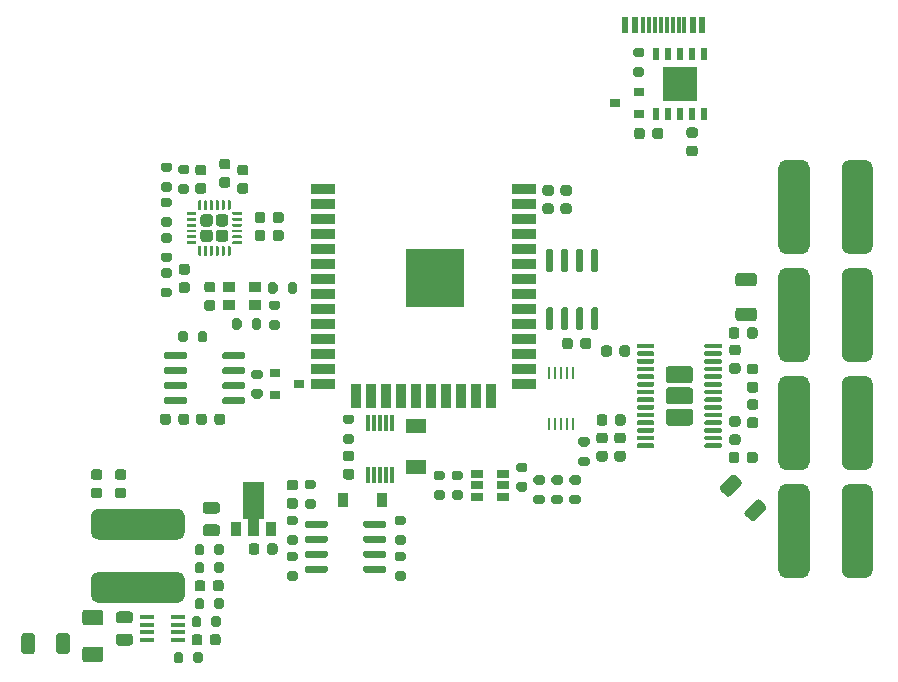
<source format=gbp>
G04 #@! TF.GenerationSoftware,KiCad,Pcbnew,(5.1.8)-1*
G04 #@! TF.CreationDate,2021-11-25T19:50:33+01:00*
G04 #@! TF.ProjectId,sensactHsNano2,73656e73-6163-4744-9873-4e616e6f322e,rev?*
G04 #@! TF.SameCoordinates,Original*
G04 #@! TF.FileFunction,Paste,Bot*
G04 #@! TF.FilePolarity,Positive*
%FSLAX46Y46*%
G04 Gerber Fmt 4.6, Leading zero omitted, Abs format (unit mm)*
G04 Created by KiCad (PCBNEW (5.1.8)-1) date 2021-11-25 19:50:33*
%MOMM*%
%LPD*%
G01*
G04 APERTURE LIST*
%ADD10R,2.000000X0.900000*%
%ADD11R,0.900000X2.000000*%
%ADD12R,5.000000X5.000000*%
%ADD13R,0.900000X1.200000*%
%ADD14C,0.100000*%
%ADD15R,0.900000X1.300000*%
%ADD16R,0.300000X1.400000*%
%ADD17R,1.060000X0.650000*%
%ADD18R,1.700000X1.300000*%
%ADD19R,0.250000X1.100000*%
%ADD20R,1.220000X0.400000*%
%ADD21R,3.000000X3.000000*%
%ADD22R,0.510000X1.100000*%
%ADD23R,0.900000X0.800000*%
%ADD24R,0.300000X1.450000*%
%ADD25R,0.600000X1.450000*%
%ADD26R,1.000000X0.900000*%
G04 APERTURE END LIST*
G36*
G01*
X117725000Y-139311500D02*
X117225000Y-139311500D01*
G75*
G02*
X117000000Y-139086500I0J225000D01*
G01*
X117000000Y-138636500D01*
G75*
G02*
X117225000Y-138411500I225000J0D01*
G01*
X117725000Y-138411500D01*
G75*
G02*
X117950000Y-138636500I0J-225000D01*
G01*
X117950000Y-139086500D01*
G75*
G02*
X117725000Y-139311500I-225000J0D01*
G01*
G37*
G36*
G01*
X117725000Y-140861500D02*
X117225000Y-140861500D01*
G75*
G02*
X117000000Y-140636500I0J225000D01*
G01*
X117000000Y-140186500D01*
G75*
G02*
X117225000Y-139961500I225000J0D01*
G01*
X117725000Y-139961500D01*
G75*
G02*
X117950000Y-140186500I0J-225000D01*
G01*
X117950000Y-140636500D01*
G75*
G02*
X117725000Y-140861500I-225000J0D01*
G01*
G37*
G36*
G01*
X119757000Y-139311500D02*
X119257000Y-139311500D01*
G75*
G02*
X119032000Y-139086500I0J225000D01*
G01*
X119032000Y-138636500D01*
G75*
G02*
X119257000Y-138411500I225000J0D01*
G01*
X119757000Y-138411500D01*
G75*
G02*
X119982000Y-138636500I0J-225000D01*
G01*
X119982000Y-139086500D01*
G75*
G02*
X119757000Y-139311500I-225000J0D01*
G01*
G37*
G36*
G01*
X119757000Y-140861500D02*
X119257000Y-140861500D01*
G75*
G02*
X119032000Y-140636500I0J225000D01*
G01*
X119032000Y-140186500D01*
G75*
G02*
X119257000Y-139961500I225000J0D01*
G01*
X119757000Y-139961500D01*
G75*
G02*
X119982000Y-140186500I0J-225000D01*
G01*
X119982000Y-140636500D01*
G75*
G02*
X119757000Y-140861500I-225000J0D01*
G01*
G37*
G36*
G01*
X116507499Y-153427000D02*
X117807501Y-153427000D01*
G75*
G02*
X118057500Y-153676999I0J-249999D01*
G01*
X118057500Y-154502001D01*
G75*
G02*
X117807501Y-154752000I-249999J0D01*
G01*
X116507499Y-154752000D01*
G75*
G02*
X116257500Y-154502001I0J249999D01*
G01*
X116257500Y-153676999D01*
G75*
G02*
X116507499Y-153427000I249999J0D01*
G01*
G37*
G36*
G01*
X116507499Y-150302000D02*
X117807501Y-150302000D01*
G75*
G02*
X118057500Y-150551999I0J-249999D01*
G01*
X118057500Y-151377001D01*
G75*
G02*
X117807501Y-151627000I-249999J0D01*
G01*
X116507499Y-151627000D01*
G75*
G02*
X116257500Y-151377001I0J249999D01*
G01*
X116257500Y-150551999D01*
G75*
G02*
X116507499Y-150302000I249999J0D01*
G01*
G37*
G36*
G01*
X114057000Y-153812001D02*
X114057000Y-152511999D01*
G75*
G02*
X114306999Y-152262000I249999J0D01*
G01*
X114957001Y-152262000D01*
G75*
G02*
X115207000Y-152511999I0J-249999D01*
G01*
X115207000Y-153812001D01*
G75*
G02*
X114957001Y-154062000I-249999J0D01*
G01*
X114306999Y-154062000D01*
G75*
G02*
X114057000Y-153812001I0J249999D01*
G01*
G37*
G36*
G01*
X111107000Y-153812001D02*
X111107000Y-152511999D01*
G75*
G02*
X111356999Y-152262000I249999J0D01*
G01*
X112007001Y-152262000D01*
G75*
G02*
X112257000Y-152511999I0J-249999D01*
G01*
X112257000Y-153812001D01*
G75*
G02*
X112007001Y-154062000I-249999J0D01*
G01*
X111356999Y-154062000D01*
G75*
G02*
X111107000Y-153812001I0J249999D01*
G01*
G37*
G36*
G01*
X157476000Y-115245000D02*
X156976000Y-115245000D01*
G75*
G02*
X156751000Y-115020000I0J225000D01*
G01*
X156751000Y-114570000D01*
G75*
G02*
X156976000Y-114345000I225000J0D01*
G01*
X157476000Y-114345000D01*
G75*
G02*
X157701000Y-114570000I0J-225000D01*
G01*
X157701000Y-115020000D01*
G75*
G02*
X157476000Y-115245000I-225000J0D01*
G01*
G37*
G36*
G01*
X157476000Y-116795000D02*
X156976000Y-116795000D01*
G75*
G02*
X156751000Y-116570000I0J225000D01*
G01*
X156751000Y-116120000D01*
G75*
G02*
X156976000Y-115895000I225000J0D01*
G01*
X157476000Y-115895000D01*
G75*
G02*
X157701000Y-116120000I0J-225000D01*
G01*
X157701000Y-116570000D01*
G75*
G02*
X157476000Y-116795000I-225000J0D01*
G01*
G37*
G36*
G01*
X147743500Y-140188500D02*
X148293500Y-140188500D01*
G75*
G02*
X148493500Y-140388500I0J-200000D01*
G01*
X148493500Y-140788500D01*
G75*
G02*
X148293500Y-140988500I-200000J0D01*
G01*
X147743500Y-140988500D01*
G75*
G02*
X147543500Y-140788500I0J200000D01*
G01*
X147543500Y-140388500D01*
G75*
G02*
X147743500Y-140188500I200000J0D01*
G01*
G37*
G36*
G01*
X147743500Y-138538500D02*
X148293500Y-138538500D01*
G75*
G02*
X148493500Y-138738500I0J-200000D01*
G01*
X148493500Y-139138500D01*
G75*
G02*
X148293500Y-139338500I-200000J0D01*
G01*
X147743500Y-139338500D01*
G75*
G02*
X147543500Y-139138500I0J200000D01*
G01*
X147543500Y-138738500D01*
G75*
G02*
X147743500Y-138538500I200000J0D01*
G01*
G37*
G36*
G01*
X146219500Y-140188500D02*
X146769500Y-140188500D01*
G75*
G02*
X146969500Y-140388500I0J-200000D01*
G01*
X146969500Y-140788500D01*
G75*
G02*
X146769500Y-140988500I-200000J0D01*
G01*
X146219500Y-140988500D01*
G75*
G02*
X146019500Y-140788500I0J200000D01*
G01*
X146019500Y-140388500D01*
G75*
G02*
X146219500Y-140188500I200000J0D01*
G01*
G37*
G36*
G01*
X146219500Y-138538500D02*
X146769500Y-138538500D01*
G75*
G02*
X146969500Y-138738500I0J-200000D01*
G01*
X146969500Y-139138500D01*
G75*
G02*
X146769500Y-139338500I-200000J0D01*
G01*
X146219500Y-139338500D01*
G75*
G02*
X146019500Y-139138500I0J200000D01*
G01*
X146019500Y-138738500D01*
G75*
G02*
X146219500Y-138538500I200000J0D01*
G01*
G37*
D10*
X136661000Y-114674000D03*
X136661000Y-115944000D03*
X136661000Y-117214000D03*
X136661000Y-118484000D03*
X136661000Y-119754000D03*
X136661000Y-121024000D03*
X136661000Y-122294000D03*
X136661000Y-123564000D03*
X136661000Y-124834000D03*
X136661000Y-126104000D03*
X136661000Y-127374000D03*
X136661000Y-128644000D03*
X136661000Y-129914000D03*
X136661000Y-131184000D03*
D11*
X139446000Y-132184000D03*
X140716000Y-132184000D03*
X141986000Y-132184000D03*
X143256000Y-132184000D03*
X144526000Y-132184000D03*
X145796000Y-132184000D03*
X147066000Y-132184000D03*
X148336000Y-132184000D03*
X149606000Y-132184000D03*
X150876000Y-132184000D03*
D10*
X153661000Y-131184000D03*
X153661000Y-129914000D03*
X153661000Y-128644000D03*
X153661000Y-127374000D03*
X153661000Y-126104000D03*
X153661000Y-124834000D03*
X153661000Y-123564000D03*
X153661000Y-122294000D03*
X153661000Y-121024000D03*
X153661000Y-119754000D03*
X153661000Y-118484000D03*
X153661000Y-117214000D03*
X153661000Y-115944000D03*
X153661000Y-114674000D03*
D12*
X146161000Y-122174000D03*
G36*
G01*
X133798500Y-140850500D02*
X134298500Y-140850500D01*
G75*
G02*
X134523500Y-141075500I0J-225000D01*
G01*
X134523500Y-141525500D01*
G75*
G02*
X134298500Y-141750500I-225000J0D01*
G01*
X133798500Y-141750500D01*
G75*
G02*
X133573500Y-141525500I0J225000D01*
G01*
X133573500Y-141075500D01*
G75*
G02*
X133798500Y-140850500I225000J0D01*
G01*
G37*
G36*
G01*
X133798500Y-139300500D02*
X134298500Y-139300500D01*
G75*
G02*
X134523500Y-139525500I0J-225000D01*
G01*
X134523500Y-139975500D01*
G75*
G02*
X134298500Y-140200500I-225000J0D01*
G01*
X133798500Y-140200500D01*
G75*
G02*
X133573500Y-139975500I0J225000D01*
G01*
X133573500Y-139525500D01*
G75*
G02*
X133798500Y-139300500I225000J0D01*
G01*
G37*
D13*
X138367500Y-141033500D03*
X141667500Y-141033500D03*
G36*
G01*
X127665500Y-142171000D02*
X126715500Y-142171000D01*
G75*
G02*
X126465500Y-141921000I0J250000D01*
G01*
X126465500Y-141421000D01*
G75*
G02*
X126715500Y-141171000I250000J0D01*
G01*
X127665500Y-141171000D01*
G75*
G02*
X127915500Y-141421000I0J-250000D01*
G01*
X127915500Y-141921000D01*
G75*
G02*
X127665500Y-142171000I-250000J0D01*
G01*
G37*
G36*
G01*
X127665500Y-144071000D02*
X126715500Y-144071000D01*
G75*
G02*
X126465500Y-143821000I0J250000D01*
G01*
X126465500Y-143321000D01*
G75*
G02*
X126715500Y-143071000I250000J0D01*
G01*
X127665500Y-143071000D01*
G75*
G02*
X127915500Y-143321000I0J-250000D01*
G01*
X127915500Y-143821000D01*
G75*
G02*
X127665500Y-144071000I-250000J0D01*
G01*
G37*
D14*
G36*
X131613000Y-139495500D02*
G01*
X131613000Y-142620500D01*
X131196500Y-142620500D01*
X131196500Y-144095500D01*
X130296500Y-144095500D01*
X130296500Y-142620500D01*
X129880000Y-142620500D01*
X129880000Y-139495500D01*
X131613000Y-139495500D01*
G37*
D15*
X129246500Y-143445500D03*
X132246500Y-143445500D03*
D16*
X140478000Y-138915500D03*
X140978000Y-138915500D03*
X141478000Y-138915500D03*
X141978000Y-138915500D03*
X142478000Y-138915500D03*
X142478000Y-134515500D03*
X141978000Y-134515500D03*
X141478000Y-134515500D03*
X140978000Y-134515500D03*
X140478000Y-134515500D03*
D17*
X149649000Y-139763500D03*
X149649000Y-138813500D03*
X149649000Y-140713500D03*
X151849000Y-140713500D03*
X151849000Y-139763500D03*
X151849000Y-138813500D03*
G36*
G01*
X142917500Y-143998500D02*
X143467500Y-143998500D01*
G75*
G02*
X143667500Y-144198500I0J-200000D01*
G01*
X143667500Y-144598500D01*
G75*
G02*
X143467500Y-144798500I-200000J0D01*
G01*
X142917500Y-144798500D01*
G75*
G02*
X142717500Y-144598500I0J200000D01*
G01*
X142717500Y-144198500D01*
G75*
G02*
X142917500Y-143998500I200000J0D01*
G01*
G37*
G36*
G01*
X142917500Y-142348500D02*
X143467500Y-142348500D01*
G75*
G02*
X143667500Y-142548500I0J-200000D01*
G01*
X143667500Y-142948500D01*
G75*
G02*
X143467500Y-143148500I-200000J0D01*
G01*
X142917500Y-143148500D01*
G75*
G02*
X142717500Y-142948500I0J200000D01*
G01*
X142717500Y-142548500D01*
G75*
G02*
X142917500Y-142348500I200000J0D01*
G01*
G37*
G36*
G01*
X133773500Y-143998500D02*
X134323500Y-143998500D01*
G75*
G02*
X134523500Y-144198500I0J-200000D01*
G01*
X134523500Y-144598500D01*
G75*
G02*
X134323500Y-144798500I-200000J0D01*
G01*
X133773500Y-144798500D01*
G75*
G02*
X133573500Y-144598500I0J200000D01*
G01*
X133573500Y-144198500D01*
G75*
G02*
X133773500Y-143998500I200000J0D01*
G01*
G37*
G36*
G01*
X133773500Y-142348500D02*
X134323500Y-142348500D01*
G75*
G02*
X134523500Y-142548500I0J-200000D01*
G01*
X134523500Y-142948500D01*
G75*
G02*
X134323500Y-143148500I-200000J0D01*
G01*
X133773500Y-143148500D01*
G75*
G02*
X133573500Y-142948500I0J200000D01*
G01*
X133573500Y-142548500D01*
G75*
G02*
X133773500Y-142348500I200000J0D01*
G01*
G37*
G36*
G01*
X142917500Y-147046500D02*
X143467500Y-147046500D01*
G75*
G02*
X143667500Y-147246500I0J-200000D01*
G01*
X143667500Y-147646500D01*
G75*
G02*
X143467500Y-147846500I-200000J0D01*
G01*
X142917500Y-147846500D01*
G75*
G02*
X142717500Y-147646500I0J200000D01*
G01*
X142717500Y-147246500D01*
G75*
G02*
X142917500Y-147046500I200000J0D01*
G01*
G37*
G36*
G01*
X142917500Y-145396500D02*
X143467500Y-145396500D01*
G75*
G02*
X143667500Y-145596500I0J-200000D01*
G01*
X143667500Y-145996500D01*
G75*
G02*
X143467500Y-146196500I-200000J0D01*
G01*
X142917500Y-146196500D01*
G75*
G02*
X142717500Y-145996500I0J200000D01*
G01*
X142717500Y-145596500D01*
G75*
G02*
X142917500Y-145396500I200000J0D01*
G01*
G37*
G36*
G01*
X133773500Y-147046500D02*
X134323500Y-147046500D01*
G75*
G02*
X134523500Y-147246500I0J-200000D01*
G01*
X134523500Y-147646500D01*
G75*
G02*
X134323500Y-147846500I-200000J0D01*
G01*
X133773500Y-147846500D01*
G75*
G02*
X133573500Y-147646500I0J200000D01*
G01*
X133573500Y-147246500D01*
G75*
G02*
X133773500Y-147046500I200000J0D01*
G01*
G37*
G36*
G01*
X133773500Y-145396500D02*
X134323500Y-145396500D01*
G75*
G02*
X134523500Y-145596500I0J-200000D01*
G01*
X134523500Y-145996500D01*
G75*
G02*
X134323500Y-146196500I-200000J0D01*
G01*
X133773500Y-146196500D01*
G75*
G02*
X133573500Y-145996500I0J200000D01*
G01*
X133573500Y-145596500D01*
G75*
G02*
X133773500Y-145396500I200000J0D01*
G01*
G37*
G36*
G01*
X156739000Y-139719500D02*
X156189000Y-139719500D01*
G75*
G02*
X155989000Y-139519500I0J200000D01*
G01*
X155989000Y-139119500D01*
G75*
G02*
X156189000Y-138919500I200000J0D01*
G01*
X156739000Y-138919500D01*
G75*
G02*
X156939000Y-139119500I0J-200000D01*
G01*
X156939000Y-139519500D01*
G75*
G02*
X156739000Y-139719500I-200000J0D01*
G01*
G37*
G36*
G01*
X156739000Y-141369500D02*
X156189000Y-141369500D01*
G75*
G02*
X155989000Y-141169500I0J200000D01*
G01*
X155989000Y-140769500D01*
G75*
G02*
X156189000Y-140569500I200000J0D01*
G01*
X156739000Y-140569500D01*
G75*
G02*
X156939000Y-140769500I0J-200000D01*
G01*
X156939000Y-141169500D01*
G75*
G02*
X156739000Y-141369500I-200000J0D01*
G01*
G37*
G36*
G01*
X157713000Y-140569500D02*
X158263000Y-140569500D01*
G75*
G02*
X158463000Y-140769500I0J-200000D01*
G01*
X158463000Y-141169500D01*
G75*
G02*
X158263000Y-141369500I-200000J0D01*
G01*
X157713000Y-141369500D01*
G75*
G02*
X157513000Y-141169500I0J200000D01*
G01*
X157513000Y-140769500D01*
G75*
G02*
X157713000Y-140569500I200000J0D01*
G01*
G37*
G36*
G01*
X157713000Y-138919500D02*
X158263000Y-138919500D01*
G75*
G02*
X158463000Y-139119500I0J-200000D01*
G01*
X158463000Y-139519500D01*
G75*
G02*
X158263000Y-139719500I-200000J0D01*
G01*
X157713000Y-139719500D01*
G75*
G02*
X157513000Y-139519500I0J200000D01*
G01*
X157513000Y-139119500D01*
G75*
G02*
X157713000Y-138919500I200000J0D01*
G01*
G37*
G36*
G01*
X153204500Y-139490000D02*
X153754500Y-139490000D01*
G75*
G02*
X153954500Y-139690000I0J-200000D01*
G01*
X153954500Y-140090000D01*
G75*
G02*
X153754500Y-140290000I-200000J0D01*
G01*
X153204500Y-140290000D01*
G75*
G02*
X153004500Y-140090000I0J200000D01*
G01*
X153004500Y-139690000D01*
G75*
G02*
X153204500Y-139490000I200000J0D01*
G01*
G37*
G36*
G01*
X153204500Y-137840000D02*
X153754500Y-137840000D01*
G75*
G02*
X153954500Y-138040000I0J-200000D01*
G01*
X153954500Y-138440000D01*
G75*
G02*
X153754500Y-138640000I-200000J0D01*
G01*
X153204500Y-138640000D01*
G75*
G02*
X153004500Y-138440000I0J200000D01*
G01*
X153004500Y-138040000D01*
G75*
G02*
X153204500Y-137840000I200000J0D01*
G01*
G37*
G36*
G01*
X154665000Y-140569500D02*
X155215000Y-140569500D01*
G75*
G02*
X155415000Y-140769500I0J-200000D01*
G01*
X155415000Y-141169500D01*
G75*
G02*
X155215000Y-141369500I-200000J0D01*
G01*
X154665000Y-141369500D01*
G75*
G02*
X154465000Y-141169500I0J200000D01*
G01*
X154465000Y-140769500D01*
G75*
G02*
X154665000Y-140569500I200000J0D01*
G01*
G37*
G36*
G01*
X154665000Y-138919500D02*
X155215000Y-138919500D01*
G75*
G02*
X155415000Y-139119500I0J-200000D01*
G01*
X155415000Y-139519500D01*
G75*
G02*
X155215000Y-139719500I-200000J0D01*
G01*
X154665000Y-139719500D01*
G75*
G02*
X154465000Y-139519500I0J200000D01*
G01*
X154465000Y-139119500D01*
G75*
G02*
X154665000Y-138919500I200000J0D01*
G01*
G37*
G36*
G01*
X135297500Y-140950500D02*
X135847500Y-140950500D01*
G75*
G02*
X136047500Y-141150500I0J-200000D01*
G01*
X136047500Y-141550500D01*
G75*
G02*
X135847500Y-141750500I-200000J0D01*
G01*
X135297500Y-141750500D01*
G75*
G02*
X135097500Y-141550500I0J200000D01*
G01*
X135097500Y-141150500D01*
G75*
G02*
X135297500Y-140950500I200000J0D01*
G01*
G37*
G36*
G01*
X135297500Y-139300500D02*
X135847500Y-139300500D01*
G75*
G02*
X136047500Y-139500500I0J-200000D01*
G01*
X136047500Y-139900500D01*
G75*
G02*
X135847500Y-140100500I-200000J0D01*
G01*
X135297500Y-140100500D01*
G75*
G02*
X135097500Y-139900500I0J200000D01*
G01*
X135097500Y-139500500D01*
G75*
G02*
X135297500Y-139300500I200000J0D01*
G01*
G37*
D18*
X144526000Y-134711500D03*
X144526000Y-138211500D03*
G36*
G01*
X139061000Y-137724000D02*
X138561000Y-137724000D01*
G75*
G02*
X138336000Y-137499000I0J225000D01*
G01*
X138336000Y-137049000D01*
G75*
G02*
X138561000Y-136824000I225000J0D01*
G01*
X139061000Y-136824000D01*
G75*
G02*
X139286000Y-137049000I0J-225000D01*
G01*
X139286000Y-137499000D01*
G75*
G02*
X139061000Y-137724000I-225000J0D01*
G01*
G37*
G36*
G01*
X139061000Y-139274000D02*
X138561000Y-139274000D01*
G75*
G02*
X138336000Y-139049000I0J225000D01*
G01*
X138336000Y-138599000D01*
G75*
G02*
X138561000Y-138374000I225000J0D01*
G01*
X139061000Y-138374000D01*
G75*
G02*
X139286000Y-138599000I0J-225000D01*
G01*
X139286000Y-139049000D01*
G75*
G02*
X139061000Y-139274000I-225000J0D01*
G01*
G37*
G36*
G01*
X131897000Y-145411000D02*
X131897000Y-144911000D01*
G75*
G02*
X132122000Y-144686000I225000J0D01*
G01*
X132572000Y-144686000D01*
G75*
G02*
X132797000Y-144911000I0J-225000D01*
G01*
X132797000Y-145411000D01*
G75*
G02*
X132572000Y-145636000I-225000J0D01*
G01*
X132122000Y-145636000D01*
G75*
G02*
X131897000Y-145411000I0J225000D01*
G01*
G37*
G36*
G01*
X130347000Y-145411000D02*
X130347000Y-144911000D01*
G75*
G02*
X130572000Y-144686000I225000J0D01*
G01*
X131022000Y-144686000D01*
G75*
G02*
X131247000Y-144911000I0J-225000D01*
G01*
X131247000Y-145411000D01*
G75*
G02*
X131022000Y-145636000I-225000J0D01*
G01*
X130572000Y-145636000D01*
G75*
G02*
X130347000Y-145411000I0J225000D01*
G01*
G37*
D19*
X157781500Y-130247500D03*
X157281500Y-130247500D03*
X156781500Y-130247500D03*
X156281500Y-130247500D03*
X155781500Y-130247500D03*
X155781500Y-134547500D03*
X156281500Y-134547500D03*
X156781500Y-134547500D03*
X157281500Y-134547500D03*
X157781500Y-134547500D03*
G36*
G01*
X137057000Y-142915500D02*
X137057000Y-143215500D01*
G75*
G02*
X136907000Y-143365500I-150000J0D01*
G01*
X135257000Y-143365500D01*
G75*
G02*
X135107000Y-143215500I0J150000D01*
G01*
X135107000Y-142915500D01*
G75*
G02*
X135257000Y-142765500I150000J0D01*
G01*
X136907000Y-142765500D01*
G75*
G02*
X137057000Y-142915500I0J-150000D01*
G01*
G37*
G36*
G01*
X137057000Y-144185500D02*
X137057000Y-144485500D01*
G75*
G02*
X136907000Y-144635500I-150000J0D01*
G01*
X135257000Y-144635500D01*
G75*
G02*
X135107000Y-144485500I0J150000D01*
G01*
X135107000Y-144185500D01*
G75*
G02*
X135257000Y-144035500I150000J0D01*
G01*
X136907000Y-144035500D01*
G75*
G02*
X137057000Y-144185500I0J-150000D01*
G01*
G37*
G36*
G01*
X137057000Y-145455500D02*
X137057000Y-145755500D01*
G75*
G02*
X136907000Y-145905500I-150000J0D01*
G01*
X135257000Y-145905500D01*
G75*
G02*
X135107000Y-145755500I0J150000D01*
G01*
X135107000Y-145455500D01*
G75*
G02*
X135257000Y-145305500I150000J0D01*
G01*
X136907000Y-145305500D01*
G75*
G02*
X137057000Y-145455500I0J-150000D01*
G01*
G37*
G36*
G01*
X137057000Y-146725500D02*
X137057000Y-147025500D01*
G75*
G02*
X136907000Y-147175500I-150000J0D01*
G01*
X135257000Y-147175500D01*
G75*
G02*
X135107000Y-147025500I0J150000D01*
G01*
X135107000Y-146725500D01*
G75*
G02*
X135257000Y-146575500I150000J0D01*
G01*
X136907000Y-146575500D01*
G75*
G02*
X137057000Y-146725500I0J-150000D01*
G01*
G37*
G36*
G01*
X142007000Y-146725500D02*
X142007000Y-147025500D01*
G75*
G02*
X141857000Y-147175500I-150000J0D01*
G01*
X140207000Y-147175500D01*
G75*
G02*
X140057000Y-147025500I0J150000D01*
G01*
X140057000Y-146725500D01*
G75*
G02*
X140207000Y-146575500I150000J0D01*
G01*
X141857000Y-146575500D01*
G75*
G02*
X142007000Y-146725500I0J-150000D01*
G01*
G37*
G36*
G01*
X142007000Y-145455500D02*
X142007000Y-145755500D01*
G75*
G02*
X141857000Y-145905500I-150000J0D01*
G01*
X140207000Y-145905500D01*
G75*
G02*
X140057000Y-145755500I0J150000D01*
G01*
X140057000Y-145455500D01*
G75*
G02*
X140207000Y-145305500I150000J0D01*
G01*
X141857000Y-145305500D01*
G75*
G02*
X142007000Y-145455500I0J-150000D01*
G01*
G37*
G36*
G01*
X142007000Y-144185500D02*
X142007000Y-144485500D01*
G75*
G02*
X141857000Y-144635500I-150000J0D01*
G01*
X140207000Y-144635500D01*
G75*
G02*
X140057000Y-144485500I0J150000D01*
G01*
X140057000Y-144185500D01*
G75*
G02*
X140207000Y-144035500I150000J0D01*
G01*
X141857000Y-144035500D01*
G75*
G02*
X142007000Y-144185500I0J-150000D01*
G01*
G37*
G36*
G01*
X142007000Y-142915500D02*
X142007000Y-143215500D01*
G75*
G02*
X141857000Y-143365500I-150000J0D01*
G01*
X140207000Y-143365500D01*
G75*
G02*
X140057000Y-143215500I0J150000D01*
G01*
X140057000Y-142915500D01*
G75*
G02*
X140207000Y-142765500I150000J0D01*
G01*
X141857000Y-142765500D01*
G75*
G02*
X142007000Y-142915500I0J-150000D01*
G01*
G37*
G36*
G01*
X127325000Y-148522500D02*
X127325000Y-148022500D01*
G75*
G02*
X127550000Y-147797500I225000J0D01*
G01*
X128000000Y-147797500D01*
G75*
G02*
X128225000Y-148022500I0J-225000D01*
G01*
X128225000Y-148522500D01*
G75*
G02*
X128000000Y-148747500I-225000J0D01*
G01*
X127550000Y-148747500D01*
G75*
G02*
X127325000Y-148522500I0J225000D01*
G01*
G37*
G36*
G01*
X125775000Y-148522500D02*
X125775000Y-148022500D01*
G75*
G02*
X126000000Y-147797500I225000J0D01*
G01*
X126450000Y-147797500D01*
G75*
G02*
X126675000Y-148022500I0J-225000D01*
G01*
X126675000Y-148522500D01*
G75*
G02*
X126450000Y-148747500I-225000J0D01*
G01*
X126000000Y-148747500D01*
G75*
G02*
X125775000Y-148522500I0J225000D01*
G01*
G37*
G36*
G01*
X126421000Y-152594500D02*
X126421000Y-153094500D01*
G75*
G02*
X126196000Y-153319500I-225000J0D01*
G01*
X125746000Y-153319500D01*
G75*
G02*
X125521000Y-153094500I0J225000D01*
G01*
X125521000Y-152594500D01*
G75*
G02*
X125746000Y-152369500I225000J0D01*
G01*
X126196000Y-152369500D01*
G75*
G02*
X126421000Y-152594500I0J-225000D01*
G01*
G37*
G36*
G01*
X127971000Y-152594500D02*
X127971000Y-153094500D01*
G75*
G02*
X127746000Y-153319500I-225000J0D01*
G01*
X127296000Y-153319500D01*
G75*
G02*
X127071000Y-153094500I0J225000D01*
G01*
X127071000Y-152594500D01*
G75*
G02*
X127296000Y-152369500I225000J0D01*
G01*
X127746000Y-152369500D01*
G75*
G02*
X127971000Y-152594500I0J-225000D01*
G01*
G37*
D20*
X124373000Y-152862000D03*
X124373000Y-152222000D03*
X124373000Y-151562000D03*
X124373000Y-150922000D03*
X121753000Y-150922000D03*
X121753000Y-151562000D03*
X121753000Y-152222000D03*
X121753000Y-152862000D03*
G36*
G01*
X127425000Y-145499500D02*
X127425000Y-144949500D01*
G75*
G02*
X127625000Y-144749500I200000J0D01*
G01*
X128025000Y-144749500D01*
G75*
G02*
X128225000Y-144949500I0J-200000D01*
G01*
X128225000Y-145499500D01*
G75*
G02*
X128025000Y-145699500I-200000J0D01*
G01*
X127625000Y-145699500D01*
G75*
G02*
X127425000Y-145499500I0J200000D01*
G01*
G37*
G36*
G01*
X125775000Y-145499500D02*
X125775000Y-144949500D01*
G75*
G02*
X125975000Y-144749500I200000J0D01*
G01*
X126375000Y-144749500D01*
G75*
G02*
X126575000Y-144949500I0J-200000D01*
G01*
X126575000Y-145499500D01*
G75*
G02*
X126375000Y-145699500I-200000J0D01*
G01*
X125975000Y-145699500D01*
G75*
G02*
X125775000Y-145499500I0J200000D01*
G01*
G37*
G36*
G01*
X127425000Y-147023500D02*
X127425000Y-146473500D01*
G75*
G02*
X127625000Y-146273500I200000J0D01*
G01*
X128025000Y-146273500D01*
G75*
G02*
X128225000Y-146473500I0J-200000D01*
G01*
X128225000Y-147023500D01*
G75*
G02*
X128025000Y-147223500I-200000J0D01*
G01*
X127625000Y-147223500D01*
G75*
G02*
X127425000Y-147023500I0J200000D01*
G01*
G37*
G36*
G01*
X125775000Y-147023500D02*
X125775000Y-146473500D01*
G75*
G02*
X125975000Y-146273500I200000J0D01*
G01*
X126375000Y-146273500D01*
G75*
G02*
X126575000Y-146473500I0J-200000D01*
G01*
X126575000Y-147023500D01*
G75*
G02*
X126375000Y-147223500I-200000J0D01*
G01*
X125975000Y-147223500D01*
G75*
G02*
X125775000Y-147023500I0J200000D01*
G01*
G37*
G36*
G01*
X126575000Y-149521500D02*
X126575000Y-150071500D01*
G75*
G02*
X126375000Y-150271500I-200000J0D01*
G01*
X125975000Y-150271500D01*
G75*
G02*
X125775000Y-150071500I0J200000D01*
G01*
X125775000Y-149521500D01*
G75*
G02*
X125975000Y-149321500I200000J0D01*
G01*
X126375000Y-149321500D01*
G75*
G02*
X126575000Y-149521500I0J-200000D01*
G01*
G37*
G36*
G01*
X128225000Y-149521500D02*
X128225000Y-150071500D01*
G75*
G02*
X128025000Y-150271500I-200000J0D01*
G01*
X127625000Y-150271500D01*
G75*
G02*
X127425000Y-150071500I0J200000D01*
G01*
X127425000Y-149521500D01*
G75*
G02*
X127625000Y-149321500I200000J0D01*
G01*
X128025000Y-149321500D01*
G75*
G02*
X128225000Y-149521500I0J-200000D01*
G01*
G37*
G36*
G01*
X124797000Y-154093500D02*
X124797000Y-154643500D01*
G75*
G02*
X124597000Y-154843500I-200000J0D01*
G01*
X124197000Y-154843500D01*
G75*
G02*
X123997000Y-154643500I0J200000D01*
G01*
X123997000Y-154093500D01*
G75*
G02*
X124197000Y-153893500I200000J0D01*
G01*
X124597000Y-153893500D01*
G75*
G02*
X124797000Y-154093500I0J-200000D01*
G01*
G37*
G36*
G01*
X126447000Y-154093500D02*
X126447000Y-154643500D01*
G75*
G02*
X126247000Y-154843500I-200000J0D01*
G01*
X125847000Y-154843500D01*
G75*
G02*
X125647000Y-154643500I0J200000D01*
G01*
X125647000Y-154093500D01*
G75*
G02*
X125847000Y-153893500I200000J0D01*
G01*
X126247000Y-153893500D01*
G75*
G02*
X126447000Y-154093500I0J-200000D01*
G01*
G37*
G36*
G01*
X126321000Y-151045500D02*
X126321000Y-151595500D01*
G75*
G02*
X126121000Y-151795500I-200000J0D01*
G01*
X125721000Y-151795500D01*
G75*
G02*
X125521000Y-151595500I0J200000D01*
G01*
X125521000Y-151045500D01*
G75*
G02*
X125721000Y-150845500I200000J0D01*
G01*
X126121000Y-150845500D01*
G75*
G02*
X126321000Y-151045500I0J-200000D01*
G01*
G37*
G36*
G01*
X127971000Y-151045500D02*
X127971000Y-151595500D01*
G75*
G02*
X127771000Y-151795500I-200000J0D01*
G01*
X127371000Y-151795500D01*
G75*
G02*
X127171000Y-151595500I0J200000D01*
G01*
X127171000Y-151045500D01*
G75*
G02*
X127371000Y-150845500I200000J0D01*
G01*
X127771000Y-150845500D01*
G75*
G02*
X127971000Y-151045500I0J-200000D01*
G01*
G37*
G36*
G01*
X117630000Y-147082500D02*
X124305000Y-147082500D01*
G75*
G02*
X124967500Y-147745000I0J-662500D01*
G01*
X124967500Y-149070000D01*
G75*
G02*
X124305000Y-149732500I-662500J0D01*
G01*
X117630000Y-149732500D01*
G75*
G02*
X116967500Y-149070000I0J662500D01*
G01*
X116967500Y-147745000D01*
G75*
G02*
X117630000Y-147082500I662500J0D01*
G01*
G37*
G36*
G01*
X117630000Y-141732500D02*
X124305000Y-141732500D01*
G75*
G02*
X124967500Y-142395000I0J-662500D01*
G01*
X124967500Y-143720000D01*
G75*
G02*
X124305000Y-144382500I-662500J0D01*
G01*
X117630000Y-144382500D01*
G75*
G02*
X116967500Y-143720000I0J662500D01*
G01*
X116967500Y-142395000D01*
G75*
G02*
X117630000Y-141732500I662500J0D01*
G01*
G37*
G36*
G01*
X128119000Y-132738000D02*
X128119000Y-132438000D01*
G75*
G02*
X128269000Y-132288000I150000J0D01*
G01*
X129919000Y-132288000D01*
G75*
G02*
X130069000Y-132438000I0J-150000D01*
G01*
X130069000Y-132738000D01*
G75*
G02*
X129919000Y-132888000I-150000J0D01*
G01*
X128269000Y-132888000D01*
G75*
G02*
X128119000Y-132738000I0J150000D01*
G01*
G37*
G36*
G01*
X128119000Y-131468000D02*
X128119000Y-131168000D01*
G75*
G02*
X128269000Y-131018000I150000J0D01*
G01*
X129919000Y-131018000D01*
G75*
G02*
X130069000Y-131168000I0J-150000D01*
G01*
X130069000Y-131468000D01*
G75*
G02*
X129919000Y-131618000I-150000J0D01*
G01*
X128269000Y-131618000D01*
G75*
G02*
X128119000Y-131468000I0J150000D01*
G01*
G37*
G36*
G01*
X128119000Y-130198000D02*
X128119000Y-129898000D01*
G75*
G02*
X128269000Y-129748000I150000J0D01*
G01*
X129919000Y-129748000D01*
G75*
G02*
X130069000Y-129898000I0J-150000D01*
G01*
X130069000Y-130198000D01*
G75*
G02*
X129919000Y-130348000I-150000J0D01*
G01*
X128269000Y-130348000D01*
G75*
G02*
X128119000Y-130198000I0J150000D01*
G01*
G37*
G36*
G01*
X128119000Y-128928000D02*
X128119000Y-128628000D01*
G75*
G02*
X128269000Y-128478000I150000J0D01*
G01*
X129919000Y-128478000D01*
G75*
G02*
X130069000Y-128628000I0J-150000D01*
G01*
X130069000Y-128928000D01*
G75*
G02*
X129919000Y-129078000I-150000J0D01*
G01*
X128269000Y-129078000D01*
G75*
G02*
X128119000Y-128928000I0J150000D01*
G01*
G37*
G36*
G01*
X123169000Y-128928000D02*
X123169000Y-128628000D01*
G75*
G02*
X123319000Y-128478000I150000J0D01*
G01*
X124969000Y-128478000D01*
G75*
G02*
X125119000Y-128628000I0J-150000D01*
G01*
X125119000Y-128928000D01*
G75*
G02*
X124969000Y-129078000I-150000J0D01*
G01*
X123319000Y-129078000D01*
G75*
G02*
X123169000Y-128928000I0J150000D01*
G01*
G37*
G36*
G01*
X123169000Y-130198000D02*
X123169000Y-129898000D01*
G75*
G02*
X123319000Y-129748000I150000J0D01*
G01*
X124969000Y-129748000D01*
G75*
G02*
X125119000Y-129898000I0J-150000D01*
G01*
X125119000Y-130198000D01*
G75*
G02*
X124969000Y-130348000I-150000J0D01*
G01*
X123319000Y-130348000D01*
G75*
G02*
X123169000Y-130198000I0J150000D01*
G01*
G37*
G36*
G01*
X123169000Y-131468000D02*
X123169000Y-131168000D01*
G75*
G02*
X123319000Y-131018000I150000J0D01*
G01*
X124969000Y-131018000D01*
G75*
G02*
X125119000Y-131168000I0J-150000D01*
G01*
X125119000Y-131468000D01*
G75*
G02*
X124969000Y-131618000I-150000J0D01*
G01*
X123319000Y-131618000D01*
G75*
G02*
X123169000Y-131468000I0J150000D01*
G01*
G37*
G36*
G01*
X123169000Y-132738000D02*
X123169000Y-132438000D01*
G75*
G02*
X123319000Y-132288000I150000J0D01*
G01*
X124969000Y-132288000D01*
G75*
G02*
X125119000Y-132438000I0J-150000D01*
G01*
X125119000Y-132738000D01*
G75*
G02*
X124969000Y-132888000I-150000J0D01*
G01*
X123319000Y-132888000D01*
G75*
G02*
X123169000Y-132738000I0J150000D01*
G01*
G37*
G36*
G01*
X132798000Y-122788000D02*
X132798000Y-123338000D01*
G75*
G02*
X132598000Y-123538000I-200000J0D01*
G01*
X132198000Y-123538000D01*
G75*
G02*
X131998000Y-123338000I0J200000D01*
G01*
X131998000Y-122788000D01*
G75*
G02*
X132198000Y-122588000I200000J0D01*
G01*
X132598000Y-122588000D01*
G75*
G02*
X132798000Y-122788000I0J-200000D01*
G01*
G37*
G36*
G01*
X134448000Y-122788000D02*
X134448000Y-123338000D01*
G75*
G02*
X134248000Y-123538000I-200000J0D01*
G01*
X133848000Y-123538000D01*
G75*
G02*
X133648000Y-123338000I0J200000D01*
G01*
X133648000Y-122788000D01*
G75*
G02*
X133848000Y-122588000I200000J0D01*
G01*
X134248000Y-122588000D01*
G75*
G02*
X134448000Y-122788000I0J-200000D01*
G01*
G37*
G36*
G01*
X130600000Y-126386000D02*
X130600000Y-125836000D01*
G75*
G02*
X130800000Y-125636000I200000J0D01*
G01*
X131200000Y-125636000D01*
G75*
G02*
X131400000Y-125836000I0J-200000D01*
G01*
X131400000Y-126386000D01*
G75*
G02*
X131200000Y-126586000I-200000J0D01*
G01*
X130800000Y-126586000D01*
G75*
G02*
X130600000Y-126386000I0J200000D01*
G01*
G37*
G36*
G01*
X128950000Y-126386000D02*
X128950000Y-125836000D01*
G75*
G02*
X129150000Y-125636000I200000J0D01*
G01*
X129550000Y-125636000D01*
G75*
G02*
X129750000Y-125836000I0J-200000D01*
G01*
X129750000Y-126386000D01*
G75*
G02*
X129550000Y-126586000I-200000J0D01*
G01*
X129150000Y-126586000D01*
G75*
G02*
X128950000Y-126386000I0J200000D01*
G01*
G37*
G36*
G01*
X139086000Y-134576000D02*
X138536000Y-134576000D01*
G75*
G02*
X138336000Y-134376000I0J200000D01*
G01*
X138336000Y-133976000D01*
G75*
G02*
X138536000Y-133776000I200000J0D01*
G01*
X139086000Y-133776000D01*
G75*
G02*
X139286000Y-133976000I0J-200000D01*
G01*
X139286000Y-134376000D01*
G75*
G02*
X139086000Y-134576000I-200000J0D01*
G01*
G37*
G36*
G01*
X139086000Y-136226000D02*
X138536000Y-136226000D01*
G75*
G02*
X138336000Y-136026000I0J200000D01*
G01*
X138336000Y-135626000D01*
G75*
G02*
X138536000Y-135426000I200000J0D01*
G01*
X139086000Y-135426000D01*
G75*
G02*
X139286000Y-135626000I0J-200000D01*
G01*
X139286000Y-136026000D01*
G75*
G02*
X139086000Y-136226000I-200000J0D01*
G01*
G37*
G36*
G01*
X125178000Y-126915500D02*
X125178000Y-127465500D01*
G75*
G02*
X124978000Y-127665500I-200000J0D01*
G01*
X124578000Y-127665500D01*
G75*
G02*
X124378000Y-127465500I0J200000D01*
G01*
X124378000Y-126915500D01*
G75*
G02*
X124578000Y-126715500I200000J0D01*
G01*
X124978000Y-126715500D01*
G75*
G02*
X125178000Y-126915500I0J-200000D01*
G01*
G37*
G36*
G01*
X126828000Y-126915500D02*
X126828000Y-127465500D01*
G75*
G02*
X126628000Y-127665500I-200000J0D01*
G01*
X126228000Y-127665500D01*
G75*
G02*
X126028000Y-127465500I0J200000D01*
G01*
X126028000Y-126915500D01*
G75*
G02*
X126228000Y-126715500I200000J0D01*
G01*
X126628000Y-126715500D01*
G75*
G02*
X126828000Y-126915500I0J-200000D01*
G01*
G37*
D21*
X166878000Y-105791000D03*
D22*
X164878000Y-108341000D03*
X165878000Y-108341000D03*
X168878000Y-103241000D03*
X166878000Y-108341000D03*
X167878000Y-108341000D03*
X168878000Y-108341000D03*
X167878000Y-103241000D03*
X166878000Y-103241000D03*
X165878000Y-103241000D03*
X164878000Y-103241000D03*
G36*
G01*
X163660500Y-103524500D02*
X163110500Y-103524500D01*
G75*
G02*
X162910500Y-103324500I0J200000D01*
G01*
X162910500Y-102924500D01*
G75*
G02*
X163110500Y-102724500I200000J0D01*
G01*
X163660500Y-102724500D01*
G75*
G02*
X163860500Y-102924500I0J-200000D01*
G01*
X163860500Y-103324500D01*
G75*
G02*
X163660500Y-103524500I-200000J0D01*
G01*
G37*
G36*
G01*
X163660500Y-105174500D02*
X163110500Y-105174500D01*
G75*
G02*
X162910500Y-104974500I0J200000D01*
G01*
X162910500Y-104574500D01*
G75*
G02*
X163110500Y-104374500I200000J0D01*
G01*
X163660500Y-104374500D01*
G75*
G02*
X163860500Y-104574500I0J-200000D01*
G01*
X163860500Y-104974500D01*
G75*
G02*
X163660500Y-105174500I-200000J0D01*
G01*
G37*
G36*
G01*
X130789000Y-131616000D02*
X131339000Y-131616000D01*
G75*
G02*
X131539000Y-131816000I0J-200000D01*
G01*
X131539000Y-132216000D01*
G75*
G02*
X131339000Y-132416000I-200000J0D01*
G01*
X130789000Y-132416000D01*
G75*
G02*
X130589000Y-132216000I0J200000D01*
G01*
X130589000Y-131816000D01*
G75*
G02*
X130789000Y-131616000I200000J0D01*
G01*
G37*
G36*
G01*
X130789000Y-129966000D02*
X131339000Y-129966000D01*
G75*
G02*
X131539000Y-130166000I0J-200000D01*
G01*
X131539000Y-130566000D01*
G75*
G02*
X131339000Y-130766000I-200000J0D01*
G01*
X130789000Y-130766000D01*
G75*
G02*
X130589000Y-130566000I0J200000D01*
G01*
X130589000Y-130166000D01*
G75*
G02*
X130789000Y-129966000I200000J0D01*
G01*
G37*
D23*
X161369500Y-107378500D03*
X163369500Y-108328500D03*
X163369500Y-106428500D03*
X134604000Y-131191000D03*
X132604000Y-130241000D03*
X132604000Y-132141000D03*
D24*
X165250000Y-100795000D03*
X167250000Y-100795000D03*
X166750000Y-100795000D03*
X166250000Y-100795000D03*
X165750000Y-100795000D03*
X164750000Y-100795000D03*
X164250000Y-100795000D03*
X163750000Y-100795000D03*
D25*
X168750000Y-100795000D03*
X167950000Y-100795000D03*
X163050000Y-100795000D03*
X162250000Y-100795000D03*
X162250000Y-100795000D03*
X163050000Y-100795000D03*
X167950000Y-100795000D03*
X168750000Y-100795000D03*
G36*
G01*
X164536000Y-110232000D02*
X164536000Y-109732000D01*
G75*
G02*
X164761000Y-109507000I225000J0D01*
G01*
X165211000Y-109507000D01*
G75*
G02*
X165436000Y-109732000I0J-225000D01*
G01*
X165436000Y-110232000D01*
G75*
G02*
X165211000Y-110457000I-225000J0D01*
G01*
X164761000Y-110457000D01*
G75*
G02*
X164536000Y-110232000I0J225000D01*
G01*
G37*
G36*
G01*
X162986000Y-110232000D02*
X162986000Y-109732000D01*
G75*
G02*
X163211000Y-109507000I225000J0D01*
G01*
X163661000Y-109507000D01*
G75*
G02*
X163886000Y-109732000I0J-225000D01*
G01*
X163886000Y-110232000D01*
G75*
G02*
X163661000Y-110457000I-225000J0D01*
G01*
X163211000Y-110457000D01*
G75*
G02*
X162986000Y-110232000I0J225000D01*
G01*
G37*
G36*
G01*
X167644000Y-111005500D02*
X168144000Y-111005500D01*
G75*
G02*
X168369000Y-111230500I0J-225000D01*
G01*
X168369000Y-111680500D01*
G75*
G02*
X168144000Y-111905500I-225000J0D01*
G01*
X167644000Y-111905500D01*
G75*
G02*
X167419000Y-111680500I0J225000D01*
G01*
X167419000Y-111230500D01*
G75*
G02*
X167644000Y-111005500I225000J0D01*
G01*
G37*
G36*
G01*
X167644000Y-109455500D02*
X168144000Y-109455500D01*
G75*
G02*
X168369000Y-109680500I0J-225000D01*
G01*
X168369000Y-110130500D01*
G75*
G02*
X168144000Y-110355500I-225000J0D01*
G01*
X167644000Y-110355500D01*
G75*
G02*
X167419000Y-110130500I0J225000D01*
G01*
X167419000Y-109680500D01*
G75*
G02*
X167644000Y-109455500I225000J0D01*
G01*
G37*
G36*
G01*
X177847000Y-122011500D02*
X177847000Y-128686500D01*
G75*
G02*
X177184500Y-129349000I-662500J0D01*
G01*
X175859500Y-129349000D01*
G75*
G02*
X175197000Y-128686500I0J662500D01*
G01*
X175197000Y-122011500D01*
G75*
G02*
X175859500Y-121349000I662500J0D01*
G01*
X177184500Y-121349000D01*
G75*
G02*
X177847000Y-122011500I0J-662500D01*
G01*
G37*
G36*
G01*
X183197000Y-122011500D02*
X183197000Y-128686500D01*
G75*
G02*
X182534500Y-129349000I-662500J0D01*
G01*
X181209500Y-129349000D01*
G75*
G02*
X180547000Y-128686500I0J662500D01*
G01*
X180547000Y-122011500D01*
G75*
G02*
X181209500Y-121349000I662500J0D01*
G01*
X182534500Y-121349000D01*
G75*
G02*
X183197000Y-122011500I0J-662500D01*
G01*
G37*
G36*
G01*
X177847000Y-112862500D02*
X177847000Y-119537500D01*
G75*
G02*
X177184500Y-120200000I-662500J0D01*
G01*
X175859500Y-120200000D01*
G75*
G02*
X175197000Y-119537500I0J662500D01*
G01*
X175197000Y-112862500D01*
G75*
G02*
X175859500Y-112200000I662500J0D01*
G01*
X177184500Y-112200000D01*
G75*
G02*
X177847000Y-112862500I0J-662500D01*
G01*
G37*
G36*
G01*
X183197000Y-112862500D02*
X183197000Y-119537500D01*
G75*
G02*
X182534500Y-120200000I-662500J0D01*
G01*
X181209500Y-120200000D01*
G75*
G02*
X180547000Y-119537500I0J662500D01*
G01*
X180547000Y-112862500D01*
G75*
G02*
X181209500Y-112200000I662500J0D01*
G01*
X182534500Y-112200000D01*
G75*
G02*
X183197000Y-112862500I0J-662500D01*
G01*
G37*
G36*
G01*
X177847000Y-131155500D02*
X177847000Y-137830500D01*
G75*
G02*
X177184500Y-138493000I-662500J0D01*
G01*
X175859500Y-138493000D01*
G75*
G02*
X175197000Y-137830500I0J662500D01*
G01*
X175197000Y-131155500D01*
G75*
G02*
X175859500Y-130493000I662500J0D01*
G01*
X177184500Y-130493000D01*
G75*
G02*
X177847000Y-131155500I0J-662500D01*
G01*
G37*
G36*
G01*
X183197000Y-131155500D02*
X183197000Y-137830500D01*
G75*
G02*
X182534500Y-138493000I-662500J0D01*
G01*
X181209500Y-138493000D01*
G75*
G02*
X180547000Y-137830500I0J662500D01*
G01*
X180547000Y-131155500D01*
G75*
G02*
X181209500Y-130493000I662500J0D01*
G01*
X182534500Y-130493000D01*
G75*
G02*
X183197000Y-131155500I0J-662500D01*
G01*
G37*
G36*
G01*
X177847000Y-140299500D02*
X177847000Y-146974500D01*
G75*
G02*
X177184500Y-147637000I-662500J0D01*
G01*
X175859500Y-147637000D01*
G75*
G02*
X175197000Y-146974500I0J662500D01*
G01*
X175197000Y-140299500D01*
G75*
G02*
X175859500Y-139637000I662500J0D01*
G01*
X177184500Y-139637000D01*
G75*
G02*
X177847000Y-140299500I0J-662500D01*
G01*
G37*
G36*
G01*
X183197000Y-140299500D02*
X183197000Y-146974500D01*
G75*
G02*
X182534500Y-147637000I-662500J0D01*
G01*
X181209500Y-147637000D01*
G75*
G02*
X180547000Y-146974500I0J662500D01*
G01*
X180547000Y-140299500D01*
G75*
G02*
X181209500Y-139637000I662500J0D01*
G01*
X182534500Y-139637000D01*
G75*
G02*
X183197000Y-140299500I0J-662500D01*
G01*
G37*
G36*
G01*
X119349500Y-152342000D02*
X120299500Y-152342000D01*
G75*
G02*
X120549500Y-152592000I0J-250000D01*
G01*
X120549500Y-153092000D01*
G75*
G02*
X120299500Y-153342000I-250000J0D01*
G01*
X119349500Y-153342000D01*
G75*
G02*
X119099500Y-153092000I0J250000D01*
G01*
X119099500Y-152592000D01*
G75*
G02*
X119349500Y-152342000I250000J0D01*
G01*
G37*
G36*
G01*
X119349500Y-150442000D02*
X120299500Y-150442000D01*
G75*
G02*
X120549500Y-150692000I0J-250000D01*
G01*
X120549500Y-151192000D01*
G75*
G02*
X120299500Y-151442000I-250000J0D01*
G01*
X119349500Y-151442000D01*
G75*
G02*
X119099500Y-151192000I0J250000D01*
G01*
X119099500Y-150692000D01*
G75*
G02*
X119349500Y-150442000I250000J0D01*
G01*
G37*
G36*
G01*
X128583500Y-113022500D02*
X128083500Y-113022500D01*
G75*
G02*
X127858500Y-112797500I0J225000D01*
G01*
X127858500Y-112347500D01*
G75*
G02*
X128083500Y-112122500I225000J0D01*
G01*
X128583500Y-112122500D01*
G75*
G02*
X128808500Y-112347500I0J-225000D01*
G01*
X128808500Y-112797500D01*
G75*
G02*
X128583500Y-113022500I-225000J0D01*
G01*
G37*
G36*
G01*
X128583500Y-114572500D02*
X128083500Y-114572500D01*
G75*
G02*
X127858500Y-114347500I0J225000D01*
G01*
X127858500Y-113897500D01*
G75*
G02*
X128083500Y-113672500I225000J0D01*
G01*
X128583500Y-113672500D01*
G75*
G02*
X128808500Y-113897500I0J-225000D01*
G01*
X128808500Y-114347500D01*
G75*
G02*
X128583500Y-114572500I-225000J0D01*
G01*
G37*
G36*
G01*
X159789000Y-121690000D02*
X159489000Y-121690000D01*
G75*
G02*
X159339000Y-121540000I0J150000D01*
G01*
X159339000Y-119890000D01*
G75*
G02*
X159489000Y-119740000I150000J0D01*
G01*
X159789000Y-119740000D01*
G75*
G02*
X159939000Y-119890000I0J-150000D01*
G01*
X159939000Y-121540000D01*
G75*
G02*
X159789000Y-121690000I-150000J0D01*
G01*
G37*
G36*
G01*
X158519000Y-121690000D02*
X158219000Y-121690000D01*
G75*
G02*
X158069000Y-121540000I0J150000D01*
G01*
X158069000Y-119890000D01*
G75*
G02*
X158219000Y-119740000I150000J0D01*
G01*
X158519000Y-119740000D01*
G75*
G02*
X158669000Y-119890000I0J-150000D01*
G01*
X158669000Y-121540000D01*
G75*
G02*
X158519000Y-121690000I-150000J0D01*
G01*
G37*
G36*
G01*
X157249000Y-121690000D02*
X156949000Y-121690000D01*
G75*
G02*
X156799000Y-121540000I0J150000D01*
G01*
X156799000Y-119890000D01*
G75*
G02*
X156949000Y-119740000I150000J0D01*
G01*
X157249000Y-119740000D01*
G75*
G02*
X157399000Y-119890000I0J-150000D01*
G01*
X157399000Y-121540000D01*
G75*
G02*
X157249000Y-121690000I-150000J0D01*
G01*
G37*
G36*
G01*
X155979000Y-121690000D02*
X155679000Y-121690000D01*
G75*
G02*
X155529000Y-121540000I0J150000D01*
G01*
X155529000Y-119890000D01*
G75*
G02*
X155679000Y-119740000I150000J0D01*
G01*
X155979000Y-119740000D01*
G75*
G02*
X156129000Y-119890000I0J-150000D01*
G01*
X156129000Y-121540000D01*
G75*
G02*
X155979000Y-121690000I-150000J0D01*
G01*
G37*
G36*
G01*
X155979000Y-126640000D02*
X155679000Y-126640000D01*
G75*
G02*
X155529000Y-126490000I0J150000D01*
G01*
X155529000Y-124840000D01*
G75*
G02*
X155679000Y-124690000I150000J0D01*
G01*
X155979000Y-124690000D01*
G75*
G02*
X156129000Y-124840000I0J-150000D01*
G01*
X156129000Y-126490000D01*
G75*
G02*
X155979000Y-126640000I-150000J0D01*
G01*
G37*
G36*
G01*
X157249000Y-126640000D02*
X156949000Y-126640000D01*
G75*
G02*
X156799000Y-126490000I0J150000D01*
G01*
X156799000Y-124840000D01*
G75*
G02*
X156949000Y-124690000I150000J0D01*
G01*
X157249000Y-124690000D01*
G75*
G02*
X157399000Y-124840000I0J-150000D01*
G01*
X157399000Y-126490000D01*
G75*
G02*
X157249000Y-126640000I-150000J0D01*
G01*
G37*
G36*
G01*
X158519000Y-126640000D02*
X158219000Y-126640000D01*
G75*
G02*
X158069000Y-126490000I0J150000D01*
G01*
X158069000Y-124840000D01*
G75*
G02*
X158219000Y-124690000I150000J0D01*
G01*
X158519000Y-124690000D01*
G75*
G02*
X158669000Y-124840000I0J-150000D01*
G01*
X158669000Y-126490000D01*
G75*
G02*
X158519000Y-126640000I-150000J0D01*
G01*
G37*
G36*
G01*
X159789000Y-126640000D02*
X159489000Y-126640000D01*
G75*
G02*
X159339000Y-126490000I0J150000D01*
G01*
X159339000Y-124840000D01*
G75*
G02*
X159489000Y-124690000I150000J0D01*
G01*
X159789000Y-124690000D01*
G75*
G02*
X159939000Y-124840000I0J-150000D01*
G01*
X159939000Y-126490000D01*
G75*
G02*
X159789000Y-126640000I-150000J0D01*
G01*
G37*
G36*
G01*
X155952000Y-115245000D02*
X155452000Y-115245000D01*
G75*
G02*
X155227000Y-115020000I0J225000D01*
G01*
X155227000Y-114570000D01*
G75*
G02*
X155452000Y-114345000I225000J0D01*
G01*
X155952000Y-114345000D01*
G75*
G02*
X156177000Y-114570000I0J-225000D01*
G01*
X156177000Y-115020000D01*
G75*
G02*
X155952000Y-115245000I-225000J0D01*
G01*
G37*
G36*
G01*
X155952000Y-116795000D02*
X155452000Y-116795000D01*
G75*
G02*
X155227000Y-116570000I0J225000D01*
G01*
X155227000Y-116120000D01*
G75*
G02*
X155452000Y-115895000I225000J0D01*
G01*
X155952000Y-115895000D01*
G75*
G02*
X156177000Y-116120000I0J-225000D01*
G01*
X156177000Y-116570000D01*
G75*
G02*
X155952000Y-116795000I-225000J0D01*
G01*
G37*
G36*
G01*
X158440000Y-128012000D02*
X158440000Y-127512000D01*
G75*
G02*
X158665000Y-127287000I225000J0D01*
G01*
X159115000Y-127287000D01*
G75*
G02*
X159340000Y-127512000I0J-225000D01*
G01*
X159340000Y-128012000D01*
G75*
G02*
X159115000Y-128237000I-225000J0D01*
G01*
X158665000Y-128237000D01*
G75*
G02*
X158440000Y-128012000I0J225000D01*
G01*
G37*
G36*
G01*
X156890000Y-128012000D02*
X156890000Y-127512000D01*
G75*
G02*
X157115000Y-127287000I225000J0D01*
G01*
X157565000Y-127287000D01*
G75*
G02*
X157790000Y-127512000I0J-225000D01*
G01*
X157790000Y-128012000D01*
G75*
G02*
X157565000Y-128237000I-225000J0D01*
G01*
X157115000Y-128237000D01*
G75*
G02*
X156890000Y-128012000I0J225000D01*
G01*
G37*
G36*
G01*
X123754000Y-133925500D02*
X123754000Y-134425500D01*
G75*
G02*
X123529000Y-134650500I-225000J0D01*
G01*
X123079000Y-134650500D01*
G75*
G02*
X122854000Y-134425500I0J225000D01*
G01*
X122854000Y-133925500D01*
G75*
G02*
X123079000Y-133700500I225000J0D01*
G01*
X123529000Y-133700500D01*
G75*
G02*
X123754000Y-133925500I0J-225000D01*
G01*
G37*
G36*
G01*
X125304000Y-133925500D02*
X125304000Y-134425500D01*
G75*
G02*
X125079000Y-134650500I-225000J0D01*
G01*
X124629000Y-134650500D01*
G75*
G02*
X124404000Y-134425500I0J225000D01*
G01*
X124404000Y-133925500D01*
G75*
G02*
X124629000Y-133700500I225000J0D01*
G01*
X125079000Y-133700500D01*
G75*
G02*
X125304000Y-133925500I0J-225000D01*
G01*
G37*
G36*
G01*
X127452000Y-134425500D02*
X127452000Y-133925500D01*
G75*
G02*
X127677000Y-133700500I225000J0D01*
G01*
X128127000Y-133700500D01*
G75*
G02*
X128352000Y-133925500I0J-225000D01*
G01*
X128352000Y-134425500D01*
G75*
G02*
X128127000Y-134650500I-225000J0D01*
G01*
X127677000Y-134650500D01*
G75*
G02*
X127452000Y-134425500I0J225000D01*
G01*
G37*
G36*
G01*
X125902000Y-134425500D02*
X125902000Y-133925500D01*
G75*
G02*
X126127000Y-133700500I225000J0D01*
G01*
X126577000Y-133700500D01*
G75*
G02*
X126802000Y-133925500I0J-225000D01*
G01*
X126802000Y-134425500D01*
G75*
G02*
X126577000Y-134650500I-225000J0D01*
G01*
X126127000Y-134650500D01*
G75*
G02*
X125902000Y-134425500I0J225000D01*
G01*
G37*
G36*
G01*
X171768000Y-136353000D02*
X171268000Y-136353000D01*
G75*
G02*
X171043000Y-136128000I0J225000D01*
G01*
X171043000Y-135678000D01*
G75*
G02*
X171268000Y-135453000I225000J0D01*
G01*
X171768000Y-135453000D01*
G75*
G02*
X171993000Y-135678000I0J-225000D01*
G01*
X171993000Y-136128000D01*
G75*
G02*
X171768000Y-136353000I-225000J0D01*
G01*
G37*
G36*
G01*
X171768000Y-134803000D02*
X171268000Y-134803000D01*
G75*
G02*
X171043000Y-134578000I0J225000D01*
G01*
X171043000Y-134128000D01*
G75*
G02*
X171268000Y-133903000I225000J0D01*
G01*
X171768000Y-133903000D01*
G75*
G02*
X171993000Y-134128000I0J-225000D01*
G01*
X171993000Y-134578000D01*
G75*
G02*
X171768000Y-134803000I-225000J0D01*
G01*
G37*
G36*
G01*
X162261000Y-133989000D02*
X162261000Y-134489000D01*
G75*
G02*
X162036000Y-134714000I-225000J0D01*
G01*
X161586000Y-134714000D01*
G75*
G02*
X161361000Y-134489000I0J225000D01*
G01*
X161361000Y-133989000D01*
G75*
G02*
X161586000Y-133764000I225000J0D01*
G01*
X162036000Y-133764000D01*
G75*
G02*
X162261000Y-133989000I0J-225000D01*
G01*
G37*
G36*
G01*
X160711000Y-133989000D02*
X160711000Y-134489000D01*
G75*
G02*
X160486000Y-134714000I-225000J0D01*
G01*
X160036000Y-134714000D01*
G75*
G02*
X159811000Y-134489000I0J225000D01*
G01*
X159811000Y-133989000D01*
G75*
G02*
X160036000Y-133764000I225000J0D01*
G01*
X160486000Y-133764000D01*
G75*
G02*
X160711000Y-133989000I0J-225000D01*
G01*
G37*
G36*
G01*
X159025000Y-138131000D02*
X158475000Y-138131000D01*
G75*
G02*
X158275000Y-137931000I0J200000D01*
G01*
X158275000Y-137531000D01*
G75*
G02*
X158475000Y-137331000I200000J0D01*
G01*
X159025000Y-137331000D01*
G75*
G02*
X159225000Y-137531000I0J-200000D01*
G01*
X159225000Y-137931000D01*
G75*
G02*
X159025000Y-138131000I-200000J0D01*
G01*
G37*
G36*
G01*
X159025000Y-136481000D02*
X158475000Y-136481000D01*
G75*
G02*
X158275000Y-136281000I0J200000D01*
G01*
X158275000Y-135881000D01*
G75*
G02*
X158475000Y-135681000I200000J0D01*
G01*
X159025000Y-135681000D01*
G75*
G02*
X159225000Y-135881000I0J-200000D01*
G01*
X159225000Y-136281000D01*
G75*
G02*
X159025000Y-136481000I-200000J0D01*
G01*
G37*
G36*
G01*
X170987000Y-127123000D02*
X170987000Y-126623000D01*
G75*
G02*
X171212000Y-126398000I225000J0D01*
G01*
X171662000Y-126398000D01*
G75*
G02*
X171887000Y-126623000I0J-225000D01*
G01*
X171887000Y-127123000D01*
G75*
G02*
X171662000Y-127348000I-225000J0D01*
G01*
X171212000Y-127348000D01*
G75*
G02*
X170987000Y-127123000I0J225000D01*
G01*
G37*
G36*
G01*
X172537000Y-127123000D02*
X172537000Y-126623000D01*
G75*
G02*
X172762000Y-126398000I225000J0D01*
G01*
X173212000Y-126398000D01*
G75*
G02*
X173437000Y-126623000I0J-225000D01*
G01*
X173437000Y-127123000D01*
G75*
G02*
X173212000Y-127348000I-225000J0D01*
G01*
X172762000Y-127348000D01*
G75*
G02*
X172537000Y-127123000I0J225000D01*
G01*
G37*
G36*
G01*
X162642000Y-128147000D02*
X162642000Y-128647000D01*
G75*
G02*
X162417000Y-128872000I-225000J0D01*
G01*
X161967000Y-128872000D01*
G75*
G02*
X161742000Y-128647000I0J225000D01*
G01*
X161742000Y-128147000D01*
G75*
G02*
X161967000Y-127922000I225000J0D01*
G01*
X162417000Y-127922000D01*
G75*
G02*
X162642000Y-128147000I0J-225000D01*
G01*
G37*
G36*
G01*
X161092000Y-128147000D02*
X161092000Y-128647000D01*
G75*
G02*
X160867000Y-128872000I-225000J0D01*
G01*
X160417000Y-128872000D01*
G75*
G02*
X160192000Y-128647000I0J225000D01*
G01*
X160192000Y-128147000D01*
G75*
G02*
X160417000Y-127922000I225000J0D01*
G01*
X160867000Y-127922000D01*
G75*
G02*
X161092000Y-128147000I0J-225000D01*
G01*
G37*
G36*
G01*
X170987000Y-137664000D02*
X170987000Y-137164000D01*
G75*
G02*
X171212000Y-136939000I225000J0D01*
G01*
X171662000Y-136939000D01*
G75*
G02*
X171887000Y-137164000I0J-225000D01*
G01*
X171887000Y-137664000D01*
G75*
G02*
X171662000Y-137889000I-225000J0D01*
G01*
X171212000Y-137889000D01*
G75*
G02*
X170987000Y-137664000I0J225000D01*
G01*
G37*
G36*
G01*
X172537000Y-137664000D02*
X172537000Y-137164000D01*
G75*
G02*
X172762000Y-136939000I225000J0D01*
G01*
X173212000Y-136939000D01*
G75*
G02*
X173437000Y-137164000I0J-225000D01*
G01*
X173437000Y-137664000D01*
G75*
G02*
X173212000Y-137889000I-225000J0D01*
G01*
X172762000Y-137889000D01*
G75*
G02*
X172537000Y-137664000I0J225000D01*
G01*
G37*
G36*
G01*
X161548000Y-135300000D02*
X162048000Y-135300000D01*
G75*
G02*
X162273000Y-135525000I0J-225000D01*
G01*
X162273000Y-135975000D01*
G75*
G02*
X162048000Y-136200000I-225000J0D01*
G01*
X161548000Y-136200000D01*
G75*
G02*
X161323000Y-135975000I0J225000D01*
G01*
X161323000Y-135525000D01*
G75*
G02*
X161548000Y-135300000I225000J0D01*
G01*
G37*
G36*
G01*
X161548000Y-136850000D02*
X162048000Y-136850000D01*
G75*
G02*
X162273000Y-137075000I0J-225000D01*
G01*
X162273000Y-137525000D01*
G75*
G02*
X162048000Y-137750000I-225000J0D01*
G01*
X161548000Y-137750000D01*
G75*
G02*
X161323000Y-137525000I0J225000D01*
G01*
X161323000Y-137075000D01*
G75*
G02*
X161548000Y-136850000I225000J0D01*
G01*
G37*
G36*
G01*
X160024000Y-135300000D02*
X160524000Y-135300000D01*
G75*
G02*
X160749000Y-135525000I0J-225000D01*
G01*
X160749000Y-135975000D01*
G75*
G02*
X160524000Y-136200000I-225000J0D01*
G01*
X160024000Y-136200000D01*
G75*
G02*
X159799000Y-135975000I0J225000D01*
G01*
X159799000Y-135525000D01*
G75*
G02*
X160024000Y-135300000I225000J0D01*
G01*
G37*
G36*
G01*
X160024000Y-136850000D02*
X160524000Y-136850000D01*
G75*
G02*
X160749000Y-137075000I0J-225000D01*
G01*
X160749000Y-137525000D01*
G75*
G02*
X160524000Y-137750000I-225000J0D01*
G01*
X160024000Y-137750000D01*
G75*
G02*
X159799000Y-137525000I0J225000D01*
G01*
X159799000Y-137075000D01*
G75*
G02*
X160024000Y-136850000I225000J0D01*
G01*
G37*
G36*
G01*
X173116001Y-125875000D02*
X171815999Y-125875000D01*
G75*
G02*
X171566000Y-125625001I0J249999D01*
G01*
X171566000Y-124974999D01*
G75*
G02*
X171815999Y-124725000I249999J0D01*
G01*
X173116001Y-124725000D01*
G75*
G02*
X173366000Y-124974999I0J-249999D01*
G01*
X173366000Y-125625001D01*
G75*
G02*
X173116001Y-125875000I-249999J0D01*
G01*
G37*
G36*
G01*
X173116001Y-122925000D02*
X171815999Y-122925000D01*
G75*
G02*
X171566000Y-122675001I0J249999D01*
G01*
X171566000Y-122024999D01*
G75*
G02*
X171815999Y-121775000I249999J0D01*
G01*
X173116001Y-121775000D01*
G75*
G02*
X173366000Y-122024999I0J-249999D01*
G01*
X173366000Y-122675001D01*
G75*
G02*
X173116001Y-122925000I-249999J0D01*
G01*
G37*
G36*
G01*
X170302810Y-139853051D02*
X171222051Y-138933810D01*
G75*
G02*
X171575603Y-138933810I176776J-176776D01*
G01*
X172035224Y-139393431D01*
G75*
G02*
X172035224Y-139746983I-176776J-176776D01*
G01*
X171115983Y-140666224D01*
G75*
G02*
X170762431Y-140666224I-176776J176776D01*
G01*
X170302810Y-140206603D01*
G75*
G02*
X170302810Y-139853051I176776J176776D01*
G01*
G37*
G36*
G01*
X172388776Y-141939017D02*
X173308017Y-141019776D01*
G75*
G02*
X173661569Y-141019776I176776J-176776D01*
G01*
X174121190Y-141479397D01*
G75*
G02*
X174121190Y-141832949I-176776J-176776D01*
G01*
X173201949Y-142752190D01*
G75*
G02*
X172848397Y-142752190I-176776J176776D01*
G01*
X172388776Y-142292569D01*
G75*
G02*
X172388776Y-141939017I176776J176776D01*
G01*
G37*
G36*
G01*
X172768000Y-129467000D02*
X173268000Y-129467000D01*
G75*
G02*
X173493000Y-129692000I0J-225000D01*
G01*
X173493000Y-130142000D01*
G75*
G02*
X173268000Y-130367000I-225000J0D01*
G01*
X172768000Y-130367000D01*
G75*
G02*
X172543000Y-130142000I0J225000D01*
G01*
X172543000Y-129692000D01*
G75*
G02*
X172768000Y-129467000I225000J0D01*
G01*
G37*
G36*
G01*
X172768000Y-131017000D02*
X173268000Y-131017000D01*
G75*
G02*
X173493000Y-131242000I0J-225000D01*
G01*
X173493000Y-131692000D01*
G75*
G02*
X173268000Y-131917000I-225000J0D01*
G01*
X172768000Y-131917000D01*
G75*
G02*
X172543000Y-131692000I0J225000D01*
G01*
X172543000Y-131242000D01*
G75*
G02*
X172768000Y-131017000I225000J0D01*
G01*
G37*
G36*
G01*
X171268000Y-127867000D02*
X171768000Y-127867000D01*
G75*
G02*
X171993000Y-128092000I0J-225000D01*
G01*
X171993000Y-128542000D01*
G75*
G02*
X171768000Y-128767000I-225000J0D01*
G01*
X171268000Y-128767000D01*
G75*
G02*
X171043000Y-128542000I0J225000D01*
G01*
X171043000Y-128092000D01*
G75*
G02*
X171268000Y-127867000I225000J0D01*
G01*
G37*
G36*
G01*
X171268000Y-129417000D02*
X171768000Y-129417000D01*
G75*
G02*
X171993000Y-129642000I0J-225000D01*
G01*
X171993000Y-130092000D01*
G75*
G02*
X171768000Y-130317000I-225000J0D01*
G01*
X171268000Y-130317000D01*
G75*
G02*
X171043000Y-130092000I0J225000D01*
G01*
X171043000Y-129642000D01*
G75*
G02*
X171268000Y-129417000I225000J0D01*
G01*
G37*
G36*
G01*
X173268000Y-134917000D02*
X172768000Y-134917000D01*
G75*
G02*
X172543000Y-134692000I0J225000D01*
G01*
X172543000Y-134242000D01*
G75*
G02*
X172768000Y-134017000I225000J0D01*
G01*
X173268000Y-134017000D01*
G75*
G02*
X173493000Y-134242000I0J-225000D01*
G01*
X173493000Y-134692000D01*
G75*
G02*
X173268000Y-134917000I-225000J0D01*
G01*
G37*
G36*
G01*
X173268000Y-133367000D02*
X172768000Y-133367000D01*
G75*
G02*
X172543000Y-133142000I0J225000D01*
G01*
X172543000Y-132692000D01*
G75*
G02*
X172768000Y-132467000I225000J0D01*
G01*
X173268000Y-132467000D01*
G75*
G02*
X173493000Y-132692000I0J-225000D01*
G01*
X173493000Y-133142000D01*
G75*
G02*
X173268000Y-133367000I-225000J0D01*
G01*
G37*
G36*
G01*
X165668000Y-130867000D02*
X165668000Y-129917000D01*
G75*
G02*
X165918000Y-129667000I250000J0D01*
G01*
X167718000Y-129667000D01*
G75*
G02*
X167968000Y-129917000I0J-250000D01*
G01*
X167968000Y-130867000D01*
G75*
G02*
X167718000Y-131117000I-250000J0D01*
G01*
X165918000Y-131117000D01*
G75*
G02*
X165668000Y-130867000I0J250000D01*
G01*
G37*
G36*
G01*
X165668000Y-132667000D02*
X165668000Y-131717000D01*
G75*
G02*
X165918000Y-131467000I250000J0D01*
G01*
X167718000Y-131467000D01*
G75*
G02*
X167968000Y-131717000I0J-250000D01*
G01*
X167968000Y-132667000D01*
G75*
G02*
X167718000Y-132917000I-250000J0D01*
G01*
X165918000Y-132917000D01*
G75*
G02*
X165668000Y-132667000I0J250000D01*
G01*
G37*
G36*
G01*
X165668000Y-134467000D02*
X165668000Y-133517000D01*
G75*
G02*
X165918000Y-133267000I250000J0D01*
G01*
X167718000Y-133267000D01*
G75*
G02*
X167968000Y-133517000I0J-250000D01*
G01*
X167968000Y-134467000D01*
G75*
G02*
X167718000Y-134717000I-250000J0D01*
G01*
X165918000Y-134717000D01*
G75*
G02*
X165668000Y-134467000I0J250000D01*
G01*
G37*
G36*
G01*
X168943000Y-136517000D02*
X168943000Y-136317000D01*
G75*
G02*
X169043000Y-136217000I100000J0D01*
G01*
X170318000Y-136217000D01*
G75*
G02*
X170418000Y-136317000I0J-100000D01*
G01*
X170418000Y-136517000D01*
G75*
G02*
X170318000Y-136617000I-100000J0D01*
G01*
X169043000Y-136617000D01*
G75*
G02*
X168943000Y-136517000I0J100000D01*
G01*
G37*
G36*
G01*
X168943000Y-135867000D02*
X168943000Y-135667000D01*
G75*
G02*
X169043000Y-135567000I100000J0D01*
G01*
X170318000Y-135567000D01*
G75*
G02*
X170418000Y-135667000I0J-100000D01*
G01*
X170418000Y-135867000D01*
G75*
G02*
X170318000Y-135967000I-100000J0D01*
G01*
X169043000Y-135967000D01*
G75*
G02*
X168943000Y-135867000I0J100000D01*
G01*
G37*
G36*
G01*
X168943000Y-135217000D02*
X168943000Y-135017000D01*
G75*
G02*
X169043000Y-134917000I100000J0D01*
G01*
X170318000Y-134917000D01*
G75*
G02*
X170418000Y-135017000I0J-100000D01*
G01*
X170418000Y-135217000D01*
G75*
G02*
X170318000Y-135317000I-100000J0D01*
G01*
X169043000Y-135317000D01*
G75*
G02*
X168943000Y-135217000I0J100000D01*
G01*
G37*
G36*
G01*
X168943000Y-134567000D02*
X168943000Y-134367000D01*
G75*
G02*
X169043000Y-134267000I100000J0D01*
G01*
X170318000Y-134267000D01*
G75*
G02*
X170418000Y-134367000I0J-100000D01*
G01*
X170418000Y-134567000D01*
G75*
G02*
X170318000Y-134667000I-100000J0D01*
G01*
X169043000Y-134667000D01*
G75*
G02*
X168943000Y-134567000I0J100000D01*
G01*
G37*
G36*
G01*
X168943000Y-133917000D02*
X168943000Y-133717000D01*
G75*
G02*
X169043000Y-133617000I100000J0D01*
G01*
X170318000Y-133617000D01*
G75*
G02*
X170418000Y-133717000I0J-100000D01*
G01*
X170418000Y-133917000D01*
G75*
G02*
X170318000Y-134017000I-100000J0D01*
G01*
X169043000Y-134017000D01*
G75*
G02*
X168943000Y-133917000I0J100000D01*
G01*
G37*
G36*
G01*
X168943000Y-133267000D02*
X168943000Y-133067000D01*
G75*
G02*
X169043000Y-132967000I100000J0D01*
G01*
X170318000Y-132967000D01*
G75*
G02*
X170418000Y-133067000I0J-100000D01*
G01*
X170418000Y-133267000D01*
G75*
G02*
X170318000Y-133367000I-100000J0D01*
G01*
X169043000Y-133367000D01*
G75*
G02*
X168943000Y-133267000I0J100000D01*
G01*
G37*
G36*
G01*
X168943000Y-132617000D02*
X168943000Y-132417000D01*
G75*
G02*
X169043000Y-132317000I100000J0D01*
G01*
X170318000Y-132317000D01*
G75*
G02*
X170418000Y-132417000I0J-100000D01*
G01*
X170418000Y-132617000D01*
G75*
G02*
X170318000Y-132717000I-100000J0D01*
G01*
X169043000Y-132717000D01*
G75*
G02*
X168943000Y-132617000I0J100000D01*
G01*
G37*
G36*
G01*
X168943000Y-131967000D02*
X168943000Y-131767000D01*
G75*
G02*
X169043000Y-131667000I100000J0D01*
G01*
X170318000Y-131667000D01*
G75*
G02*
X170418000Y-131767000I0J-100000D01*
G01*
X170418000Y-131967000D01*
G75*
G02*
X170318000Y-132067000I-100000J0D01*
G01*
X169043000Y-132067000D01*
G75*
G02*
X168943000Y-131967000I0J100000D01*
G01*
G37*
G36*
G01*
X168943000Y-131317000D02*
X168943000Y-131117000D01*
G75*
G02*
X169043000Y-131017000I100000J0D01*
G01*
X170318000Y-131017000D01*
G75*
G02*
X170418000Y-131117000I0J-100000D01*
G01*
X170418000Y-131317000D01*
G75*
G02*
X170318000Y-131417000I-100000J0D01*
G01*
X169043000Y-131417000D01*
G75*
G02*
X168943000Y-131317000I0J100000D01*
G01*
G37*
G36*
G01*
X168943000Y-130667000D02*
X168943000Y-130467000D01*
G75*
G02*
X169043000Y-130367000I100000J0D01*
G01*
X170318000Y-130367000D01*
G75*
G02*
X170418000Y-130467000I0J-100000D01*
G01*
X170418000Y-130667000D01*
G75*
G02*
X170318000Y-130767000I-100000J0D01*
G01*
X169043000Y-130767000D01*
G75*
G02*
X168943000Y-130667000I0J100000D01*
G01*
G37*
G36*
G01*
X168943000Y-130017000D02*
X168943000Y-129817000D01*
G75*
G02*
X169043000Y-129717000I100000J0D01*
G01*
X170318000Y-129717000D01*
G75*
G02*
X170418000Y-129817000I0J-100000D01*
G01*
X170418000Y-130017000D01*
G75*
G02*
X170318000Y-130117000I-100000J0D01*
G01*
X169043000Y-130117000D01*
G75*
G02*
X168943000Y-130017000I0J100000D01*
G01*
G37*
G36*
G01*
X168943000Y-129367000D02*
X168943000Y-129167000D01*
G75*
G02*
X169043000Y-129067000I100000J0D01*
G01*
X170318000Y-129067000D01*
G75*
G02*
X170418000Y-129167000I0J-100000D01*
G01*
X170418000Y-129367000D01*
G75*
G02*
X170318000Y-129467000I-100000J0D01*
G01*
X169043000Y-129467000D01*
G75*
G02*
X168943000Y-129367000I0J100000D01*
G01*
G37*
G36*
G01*
X168943000Y-128717000D02*
X168943000Y-128517000D01*
G75*
G02*
X169043000Y-128417000I100000J0D01*
G01*
X170318000Y-128417000D01*
G75*
G02*
X170418000Y-128517000I0J-100000D01*
G01*
X170418000Y-128717000D01*
G75*
G02*
X170318000Y-128817000I-100000J0D01*
G01*
X169043000Y-128817000D01*
G75*
G02*
X168943000Y-128717000I0J100000D01*
G01*
G37*
G36*
G01*
X168943000Y-128067000D02*
X168943000Y-127867000D01*
G75*
G02*
X169043000Y-127767000I100000J0D01*
G01*
X170318000Y-127767000D01*
G75*
G02*
X170418000Y-127867000I0J-100000D01*
G01*
X170418000Y-128067000D01*
G75*
G02*
X170318000Y-128167000I-100000J0D01*
G01*
X169043000Y-128167000D01*
G75*
G02*
X168943000Y-128067000I0J100000D01*
G01*
G37*
G36*
G01*
X163218000Y-128067000D02*
X163218000Y-127867000D01*
G75*
G02*
X163318000Y-127767000I100000J0D01*
G01*
X164593000Y-127767000D01*
G75*
G02*
X164693000Y-127867000I0J-100000D01*
G01*
X164693000Y-128067000D01*
G75*
G02*
X164593000Y-128167000I-100000J0D01*
G01*
X163318000Y-128167000D01*
G75*
G02*
X163218000Y-128067000I0J100000D01*
G01*
G37*
G36*
G01*
X163218000Y-128717000D02*
X163218000Y-128517000D01*
G75*
G02*
X163318000Y-128417000I100000J0D01*
G01*
X164593000Y-128417000D01*
G75*
G02*
X164693000Y-128517000I0J-100000D01*
G01*
X164693000Y-128717000D01*
G75*
G02*
X164593000Y-128817000I-100000J0D01*
G01*
X163318000Y-128817000D01*
G75*
G02*
X163218000Y-128717000I0J100000D01*
G01*
G37*
G36*
G01*
X163218000Y-129367000D02*
X163218000Y-129167000D01*
G75*
G02*
X163318000Y-129067000I100000J0D01*
G01*
X164593000Y-129067000D01*
G75*
G02*
X164693000Y-129167000I0J-100000D01*
G01*
X164693000Y-129367000D01*
G75*
G02*
X164593000Y-129467000I-100000J0D01*
G01*
X163318000Y-129467000D01*
G75*
G02*
X163218000Y-129367000I0J100000D01*
G01*
G37*
G36*
G01*
X163218000Y-130017000D02*
X163218000Y-129817000D01*
G75*
G02*
X163318000Y-129717000I100000J0D01*
G01*
X164593000Y-129717000D01*
G75*
G02*
X164693000Y-129817000I0J-100000D01*
G01*
X164693000Y-130017000D01*
G75*
G02*
X164593000Y-130117000I-100000J0D01*
G01*
X163318000Y-130117000D01*
G75*
G02*
X163218000Y-130017000I0J100000D01*
G01*
G37*
G36*
G01*
X163218000Y-130667000D02*
X163218000Y-130467000D01*
G75*
G02*
X163318000Y-130367000I100000J0D01*
G01*
X164593000Y-130367000D01*
G75*
G02*
X164693000Y-130467000I0J-100000D01*
G01*
X164693000Y-130667000D01*
G75*
G02*
X164593000Y-130767000I-100000J0D01*
G01*
X163318000Y-130767000D01*
G75*
G02*
X163218000Y-130667000I0J100000D01*
G01*
G37*
G36*
G01*
X163218000Y-131317000D02*
X163218000Y-131117000D01*
G75*
G02*
X163318000Y-131017000I100000J0D01*
G01*
X164593000Y-131017000D01*
G75*
G02*
X164693000Y-131117000I0J-100000D01*
G01*
X164693000Y-131317000D01*
G75*
G02*
X164593000Y-131417000I-100000J0D01*
G01*
X163318000Y-131417000D01*
G75*
G02*
X163218000Y-131317000I0J100000D01*
G01*
G37*
G36*
G01*
X163218000Y-131967000D02*
X163218000Y-131767000D01*
G75*
G02*
X163318000Y-131667000I100000J0D01*
G01*
X164593000Y-131667000D01*
G75*
G02*
X164693000Y-131767000I0J-100000D01*
G01*
X164693000Y-131967000D01*
G75*
G02*
X164593000Y-132067000I-100000J0D01*
G01*
X163318000Y-132067000D01*
G75*
G02*
X163218000Y-131967000I0J100000D01*
G01*
G37*
G36*
G01*
X163218000Y-132617000D02*
X163218000Y-132417000D01*
G75*
G02*
X163318000Y-132317000I100000J0D01*
G01*
X164593000Y-132317000D01*
G75*
G02*
X164693000Y-132417000I0J-100000D01*
G01*
X164693000Y-132617000D01*
G75*
G02*
X164593000Y-132717000I-100000J0D01*
G01*
X163318000Y-132717000D01*
G75*
G02*
X163218000Y-132617000I0J100000D01*
G01*
G37*
G36*
G01*
X163218000Y-133267000D02*
X163218000Y-133067000D01*
G75*
G02*
X163318000Y-132967000I100000J0D01*
G01*
X164593000Y-132967000D01*
G75*
G02*
X164693000Y-133067000I0J-100000D01*
G01*
X164693000Y-133267000D01*
G75*
G02*
X164593000Y-133367000I-100000J0D01*
G01*
X163318000Y-133367000D01*
G75*
G02*
X163218000Y-133267000I0J100000D01*
G01*
G37*
G36*
G01*
X163218000Y-133917000D02*
X163218000Y-133717000D01*
G75*
G02*
X163318000Y-133617000I100000J0D01*
G01*
X164593000Y-133617000D01*
G75*
G02*
X164693000Y-133717000I0J-100000D01*
G01*
X164693000Y-133917000D01*
G75*
G02*
X164593000Y-134017000I-100000J0D01*
G01*
X163318000Y-134017000D01*
G75*
G02*
X163218000Y-133917000I0J100000D01*
G01*
G37*
G36*
G01*
X163218000Y-134567000D02*
X163218000Y-134367000D01*
G75*
G02*
X163318000Y-134267000I100000J0D01*
G01*
X164593000Y-134267000D01*
G75*
G02*
X164693000Y-134367000I0J-100000D01*
G01*
X164693000Y-134567000D01*
G75*
G02*
X164593000Y-134667000I-100000J0D01*
G01*
X163318000Y-134667000D01*
G75*
G02*
X163218000Y-134567000I0J100000D01*
G01*
G37*
G36*
G01*
X163218000Y-135217000D02*
X163218000Y-135017000D01*
G75*
G02*
X163318000Y-134917000I100000J0D01*
G01*
X164593000Y-134917000D01*
G75*
G02*
X164693000Y-135017000I0J-100000D01*
G01*
X164693000Y-135217000D01*
G75*
G02*
X164593000Y-135317000I-100000J0D01*
G01*
X163318000Y-135317000D01*
G75*
G02*
X163218000Y-135217000I0J100000D01*
G01*
G37*
G36*
G01*
X163218000Y-135867000D02*
X163218000Y-135667000D01*
G75*
G02*
X163318000Y-135567000I100000J0D01*
G01*
X164593000Y-135567000D01*
G75*
G02*
X164693000Y-135667000I0J-100000D01*
G01*
X164693000Y-135867000D01*
G75*
G02*
X164593000Y-135967000I-100000J0D01*
G01*
X163318000Y-135967000D01*
G75*
G02*
X163218000Y-135867000I0J100000D01*
G01*
G37*
G36*
G01*
X163218000Y-136517000D02*
X163218000Y-136317000D01*
G75*
G02*
X163318000Y-136217000I100000J0D01*
G01*
X164593000Y-136217000D01*
G75*
G02*
X164693000Y-136317000I0J-100000D01*
G01*
X164693000Y-136517000D01*
G75*
G02*
X164593000Y-136617000I-100000J0D01*
G01*
X163318000Y-136617000D01*
G75*
G02*
X163218000Y-136517000I0J100000D01*
G01*
G37*
G36*
G01*
X127313500Y-123436500D02*
X126813500Y-123436500D01*
G75*
G02*
X126588500Y-123211500I0J225000D01*
G01*
X126588500Y-122761500D01*
G75*
G02*
X126813500Y-122536500I225000J0D01*
G01*
X127313500Y-122536500D01*
G75*
G02*
X127538500Y-122761500I0J-225000D01*
G01*
X127538500Y-123211500D01*
G75*
G02*
X127313500Y-123436500I-225000J0D01*
G01*
G37*
G36*
G01*
X127313500Y-124986500D02*
X126813500Y-124986500D01*
G75*
G02*
X126588500Y-124761500I0J225000D01*
G01*
X126588500Y-124311500D01*
G75*
G02*
X126813500Y-124086500I225000J0D01*
G01*
X127313500Y-124086500D01*
G75*
G02*
X127538500Y-124311500I0J-225000D01*
G01*
X127538500Y-124761500D01*
G75*
G02*
X127313500Y-124986500I-225000J0D01*
G01*
G37*
G36*
G01*
X132405000Y-117344000D02*
X132405000Y-116844000D01*
G75*
G02*
X132630000Y-116619000I225000J0D01*
G01*
X133080000Y-116619000D01*
G75*
G02*
X133305000Y-116844000I0J-225000D01*
G01*
X133305000Y-117344000D01*
G75*
G02*
X133080000Y-117569000I-225000J0D01*
G01*
X132630000Y-117569000D01*
G75*
G02*
X132405000Y-117344000I0J225000D01*
G01*
G37*
G36*
G01*
X130855000Y-117344000D02*
X130855000Y-116844000D01*
G75*
G02*
X131080000Y-116619000I225000J0D01*
G01*
X131530000Y-116619000D01*
G75*
G02*
X131755000Y-116844000I0J-225000D01*
G01*
X131755000Y-117344000D01*
G75*
G02*
X131530000Y-117569000I-225000J0D01*
G01*
X131080000Y-117569000D01*
G75*
G02*
X130855000Y-117344000I0J225000D01*
G01*
G37*
G36*
G01*
X130107500Y-113530500D02*
X129607500Y-113530500D01*
G75*
G02*
X129382500Y-113305500I0J225000D01*
G01*
X129382500Y-112855500D01*
G75*
G02*
X129607500Y-112630500I225000J0D01*
G01*
X130107500Y-112630500D01*
G75*
G02*
X130332500Y-112855500I0J-225000D01*
G01*
X130332500Y-113305500D01*
G75*
G02*
X130107500Y-113530500I-225000J0D01*
G01*
G37*
G36*
G01*
X130107500Y-115080500D02*
X129607500Y-115080500D01*
G75*
G02*
X129382500Y-114855500I0J225000D01*
G01*
X129382500Y-114405500D01*
G75*
G02*
X129607500Y-114180500I225000J0D01*
G01*
X130107500Y-114180500D01*
G75*
G02*
X130332500Y-114405500I0J-225000D01*
G01*
X130332500Y-114855500D01*
G75*
G02*
X130107500Y-115080500I-225000J0D01*
G01*
G37*
G36*
G01*
X132799500Y-124924000D02*
X132249500Y-124924000D01*
G75*
G02*
X132049500Y-124724000I0J200000D01*
G01*
X132049500Y-124324000D01*
G75*
G02*
X132249500Y-124124000I200000J0D01*
G01*
X132799500Y-124124000D01*
G75*
G02*
X132999500Y-124324000I0J-200000D01*
G01*
X132999500Y-124724000D01*
G75*
G02*
X132799500Y-124924000I-200000J0D01*
G01*
G37*
G36*
G01*
X132799500Y-126574000D02*
X132249500Y-126574000D01*
G75*
G02*
X132049500Y-126374000I0J200000D01*
G01*
X132049500Y-125974000D01*
G75*
G02*
X132249500Y-125774000I200000J0D01*
G01*
X132799500Y-125774000D01*
G75*
G02*
X132999500Y-125974000I0J-200000D01*
G01*
X132999500Y-126374000D01*
G75*
G02*
X132799500Y-126574000I-200000J0D01*
G01*
G37*
D26*
X128719000Y-124536500D03*
X130869000Y-124536500D03*
X130869000Y-122986500D03*
X128719000Y-122986500D03*
G36*
G01*
X124566000Y-114281000D02*
X125116000Y-114281000D01*
G75*
G02*
X125316000Y-114481000I0J-200000D01*
G01*
X125316000Y-114881000D01*
G75*
G02*
X125116000Y-115081000I-200000J0D01*
G01*
X124566000Y-115081000D01*
G75*
G02*
X124366000Y-114881000I0J200000D01*
G01*
X124366000Y-114481000D01*
G75*
G02*
X124566000Y-114281000I200000J0D01*
G01*
G37*
G36*
G01*
X124566000Y-112631000D02*
X125116000Y-112631000D01*
G75*
G02*
X125316000Y-112831000I0J-200000D01*
G01*
X125316000Y-113231000D01*
G75*
G02*
X125116000Y-113431000I-200000J0D01*
G01*
X124566000Y-113431000D01*
G75*
G02*
X124366000Y-113231000I0J200000D01*
G01*
X124366000Y-112831000D01*
G75*
G02*
X124566000Y-112631000I200000J0D01*
G01*
G37*
G36*
G01*
X123105500Y-120059000D02*
X123655500Y-120059000D01*
G75*
G02*
X123855500Y-120259000I0J-200000D01*
G01*
X123855500Y-120659000D01*
G75*
G02*
X123655500Y-120859000I-200000J0D01*
G01*
X123105500Y-120859000D01*
G75*
G02*
X122905500Y-120659000I0J200000D01*
G01*
X122905500Y-120259000D01*
G75*
G02*
X123105500Y-120059000I200000J0D01*
G01*
G37*
G36*
G01*
X123105500Y-118409000D02*
X123655500Y-118409000D01*
G75*
G02*
X123855500Y-118609000I0J-200000D01*
G01*
X123855500Y-119009000D01*
G75*
G02*
X123655500Y-119209000I-200000J0D01*
G01*
X123105500Y-119209000D01*
G75*
G02*
X122905500Y-119009000I0J200000D01*
G01*
X122905500Y-118609000D01*
G75*
G02*
X123105500Y-118409000I200000J0D01*
G01*
G37*
G36*
G01*
X126551500Y-113530500D02*
X126051500Y-113530500D01*
G75*
G02*
X125826500Y-113305500I0J225000D01*
G01*
X125826500Y-112855500D01*
G75*
G02*
X126051500Y-112630500I225000J0D01*
G01*
X126551500Y-112630500D01*
G75*
G02*
X126776500Y-112855500I0J-225000D01*
G01*
X126776500Y-113305500D01*
G75*
G02*
X126551500Y-113530500I-225000J0D01*
G01*
G37*
G36*
G01*
X126551500Y-115080500D02*
X126051500Y-115080500D01*
G75*
G02*
X125826500Y-114855500I0J225000D01*
G01*
X125826500Y-114405500D01*
G75*
G02*
X126051500Y-114180500I225000J0D01*
G01*
X126551500Y-114180500D01*
G75*
G02*
X126776500Y-114405500I0J-225000D01*
G01*
X126776500Y-114855500D01*
G75*
G02*
X126551500Y-115080500I-225000J0D01*
G01*
G37*
G36*
G01*
X124654500Y-122575500D02*
X125154500Y-122575500D01*
G75*
G02*
X125379500Y-122800500I0J-225000D01*
G01*
X125379500Y-123250500D01*
G75*
G02*
X125154500Y-123475500I-225000J0D01*
G01*
X124654500Y-123475500D01*
G75*
G02*
X124429500Y-123250500I0J225000D01*
G01*
X124429500Y-122800500D01*
G75*
G02*
X124654500Y-122575500I225000J0D01*
G01*
G37*
G36*
G01*
X124654500Y-121025500D02*
X125154500Y-121025500D01*
G75*
G02*
X125379500Y-121250500I0J-225000D01*
G01*
X125379500Y-121700500D01*
G75*
G02*
X125154500Y-121925500I-225000J0D01*
G01*
X124654500Y-121925500D01*
G75*
G02*
X124429500Y-121700500I0J225000D01*
G01*
X124429500Y-121250500D01*
G75*
G02*
X124654500Y-121025500I225000J0D01*
G01*
G37*
G36*
G01*
X123655500Y-116224500D02*
X123105500Y-116224500D01*
G75*
G02*
X122905500Y-116024500I0J200000D01*
G01*
X122905500Y-115624500D01*
G75*
G02*
X123105500Y-115424500I200000J0D01*
G01*
X123655500Y-115424500D01*
G75*
G02*
X123855500Y-115624500I0J-200000D01*
G01*
X123855500Y-116024500D01*
G75*
G02*
X123655500Y-116224500I-200000J0D01*
G01*
G37*
G36*
G01*
X123655500Y-117874500D02*
X123105500Y-117874500D01*
G75*
G02*
X122905500Y-117674500I0J200000D01*
G01*
X122905500Y-117274500D01*
G75*
G02*
X123105500Y-117074500I200000J0D01*
G01*
X123655500Y-117074500D01*
G75*
G02*
X123855500Y-117274500I0J-200000D01*
G01*
X123855500Y-117674500D01*
G75*
G02*
X123655500Y-117874500I-200000J0D01*
G01*
G37*
G36*
G01*
X123105500Y-114089500D02*
X123655500Y-114089500D01*
G75*
G02*
X123855500Y-114289500I0J-200000D01*
G01*
X123855500Y-114689500D01*
G75*
G02*
X123655500Y-114889500I-200000J0D01*
G01*
X123105500Y-114889500D01*
G75*
G02*
X122905500Y-114689500I0J200000D01*
G01*
X122905500Y-114289500D01*
G75*
G02*
X123105500Y-114089500I200000J0D01*
G01*
G37*
G36*
G01*
X123105500Y-112439500D02*
X123655500Y-112439500D01*
G75*
G02*
X123855500Y-112639500I0J-200000D01*
G01*
X123855500Y-113039500D01*
G75*
G02*
X123655500Y-113239500I-200000J0D01*
G01*
X123105500Y-113239500D01*
G75*
G02*
X122905500Y-113039500I0J200000D01*
G01*
X122905500Y-112639500D01*
G75*
G02*
X123105500Y-112439500I200000J0D01*
G01*
G37*
G36*
G01*
X123655500Y-122193500D02*
X123105500Y-122193500D01*
G75*
G02*
X122905500Y-121993500I0J200000D01*
G01*
X122905500Y-121593500D01*
G75*
G02*
X123105500Y-121393500I200000J0D01*
G01*
X123655500Y-121393500D01*
G75*
G02*
X123855500Y-121593500I0J-200000D01*
G01*
X123855500Y-121993500D01*
G75*
G02*
X123655500Y-122193500I-200000J0D01*
G01*
G37*
G36*
G01*
X123655500Y-123843500D02*
X123105500Y-123843500D01*
G75*
G02*
X122905500Y-123643500I0J200000D01*
G01*
X122905500Y-123243500D01*
G75*
G02*
X123105500Y-123043500I200000J0D01*
G01*
X123655500Y-123043500D01*
G75*
G02*
X123855500Y-123243500I0J-200000D01*
G01*
X123855500Y-123643500D01*
G75*
G02*
X123655500Y-123843500I-200000J0D01*
G01*
G37*
G36*
G01*
X132405000Y-118868000D02*
X132405000Y-118368000D01*
G75*
G02*
X132630000Y-118143000I225000J0D01*
G01*
X133080000Y-118143000D01*
G75*
G02*
X133305000Y-118368000I0J-225000D01*
G01*
X133305000Y-118868000D01*
G75*
G02*
X133080000Y-119093000I-225000J0D01*
G01*
X132630000Y-119093000D01*
G75*
G02*
X132405000Y-118868000I0J225000D01*
G01*
G37*
G36*
G01*
X130855000Y-118868000D02*
X130855000Y-118368000D01*
G75*
G02*
X131080000Y-118143000I225000J0D01*
G01*
X131530000Y-118143000D01*
G75*
G02*
X131755000Y-118368000I0J-225000D01*
G01*
X131755000Y-118868000D01*
G75*
G02*
X131530000Y-119093000I-225000J0D01*
G01*
X131080000Y-119093000D01*
G75*
G02*
X130855000Y-118868000I0J225000D01*
G01*
G37*
G36*
G01*
X126132000Y-115633000D02*
X126257000Y-115633000D01*
G75*
G02*
X126319500Y-115695500I0J-62500D01*
G01*
X126319500Y-116395500D01*
G75*
G02*
X126257000Y-116458000I-62500J0D01*
G01*
X126132000Y-116458000D01*
G75*
G02*
X126069500Y-116395500I0J62500D01*
G01*
X126069500Y-115695500D01*
G75*
G02*
X126132000Y-115633000I62500J0D01*
G01*
G37*
G36*
G01*
X126632000Y-115633000D02*
X126757000Y-115633000D01*
G75*
G02*
X126819500Y-115695500I0J-62500D01*
G01*
X126819500Y-116395500D01*
G75*
G02*
X126757000Y-116458000I-62500J0D01*
G01*
X126632000Y-116458000D01*
G75*
G02*
X126569500Y-116395500I0J62500D01*
G01*
X126569500Y-115695500D01*
G75*
G02*
X126632000Y-115633000I62500J0D01*
G01*
G37*
G36*
G01*
X127132000Y-115633000D02*
X127257000Y-115633000D01*
G75*
G02*
X127319500Y-115695500I0J-62500D01*
G01*
X127319500Y-116395500D01*
G75*
G02*
X127257000Y-116458000I-62500J0D01*
G01*
X127132000Y-116458000D01*
G75*
G02*
X127069500Y-116395500I0J62500D01*
G01*
X127069500Y-115695500D01*
G75*
G02*
X127132000Y-115633000I62500J0D01*
G01*
G37*
G36*
G01*
X127632000Y-115633000D02*
X127757000Y-115633000D01*
G75*
G02*
X127819500Y-115695500I0J-62500D01*
G01*
X127819500Y-116395500D01*
G75*
G02*
X127757000Y-116458000I-62500J0D01*
G01*
X127632000Y-116458000D01*
G75*
G02*
X127569500Y-116395500I0J62500D01*
G01*
X127569500Y-115695500D01*
G75*
G02*
X127632000Y-115633000I62500J0D01*
G01*
G37*
G36*
G01*
X128132000Y-115633000D02*
X128257000Y-115633000D01*
G75*
G02*
X128319500Y-115695500I0J-62500D01*
G01*
X128319500Y-116395500D01*
G75*
G02*
X128257000Y-116458000I-62500J0D01*
G01*
X128132000Y-116458000D01*
G75*
G02*
X128069500Y-116395500I0J62500D01*
G01*
X128069500Y-115695500D01*
G75*
G02*
X128132000Y-115633000I62500J0D01*
G01*
G37*
G36*
G01*
X128632000Y-115633000D02*
X128757000Y-115633000D01*
G75*
G02*
X128819500Y-115695500I0J-62500D01*
G01*
X128819500Y-116395500D01*
G75*
G02*
X128757000Y-116458000I-62500J0D01*
G01*
X128632000Y-116458000D01*
G75*
G02*
X128569500Y-116395500I0J62500D01*
G01*
X128569500Y-115695500D01*
G75*
G02*
X128632000Y-115633000I62500J0D01*
G01*
G37*
G36*
G01*
X129032000Y-116608000D02*
X129732000Y-116608000D01*
G75*
G02*
X129794500Y-116670500I0J-62500D01*
G01*
X129794500Y-116795500D01*
G75*
G02*
X129732000Y-116858000I-62500J0D01*
G01*
X129032000Y-116858000D01*
G75*
G02*
X128969500Y-116795500I0J62500D01*
G01*
X128969500Y-116670500D01*
G75*
G02*
X129032000Y-116608000I62500J0D01*
G01*
G37*
G36*
G01*
X129032000Y-117108000D02*
X129732000Y-117108000D01*
G75*
G02*
X129794500Y-117170500I0J-62500D01*
G01*
X129794500Y-117295500D01*
G75*
G02*
X129732000Y-117358000I-62500J0D01*
G01*
X129032000Y-117358000D01*
G75*
G02*
X128969500Y-117295500I0J62500D01*
G01*
X128969500Y-117170500D01*
G75*
G02*
X129032000Y-117108000I62500J0D01*
G01*
G37*
G36*
G01*
X129032000Y-117608000D02*
X129732000Y-117608000D01*
G75*
G02*
X129794500Y-117670500I0J-62500D01*
G01*
X129794500Y-117795500D01*
G75*
G02*
X129732000Y-117858000I-62500J0D01*
G01*
X129032000Y-117858000D01*
G75*
G02*
X128969500Y-117795500I0J62500D01*
G01*
X128969500Y-117670500D01*
G75*
G02*
X129032000Y-117608000I62500J0D01*
G01*
G37*
G36*
G01*
X129032000Y-118108000D02*
X129732000Y-118108000D01*
G75*
G02*
X129794500Y-118170500I0J-62500D01*
G01*
X129794500Y-118295500D01*
G75*
G02*
X129732000Y-118358000I-62500J0D01*
G01*
X129032000Y-118358000D01*
G75*
G02*
X128969500Y-118295500I0J62500D01*
G01*
X128969500Y-118170500D01*
G75*
G02*
X129032000Y-118108000I62500J0D01*
G01*
G37*
G36*
G01*
X129032000Y-118608000D02*
X129732000Y-118608000D01*
G75*
G02*
X129794500Y-118670500I0J-62500D01*
G01*
X129794500Y-118795500D01*
G75*
G02*
X129732000Y-118858000I-62500J0D01*
G01*
X129032000Y-118858000D01*
G75*
G02*
X128969500Y-118795500I0J62500D01*
G01*
X128969500Y-118670500D01*
G75*
G02*
X129032000Y-118608000I62500J0D01*
G01*
G37*
G36*
G01*
X129032000Y-119108000D02*
X129732000Y-119108000D01*
G75*
G02*
X129794500Y-119170500I0J-62500D01*
G01*
X129794500Y-119295500D01*
G75*
G02*
X129732000Y-119358000I-62500J0D01*
G01*
X129032000Y-119358000D01*
G75*
G02*
X128969500Y-119295500I0J62500D01*
G01*
X128969500Y-119170500D01*
G75*
G02*
X129032000Y-119108000I62500J0D01*
G01*
G37*
G36*
G01*
X128632000Y-119508000D02*
X128757000Y-119508000D01*
G75*
G02*
X128819500Y-119570500I0J-62500D01*
G01*
X128819500Y-120270500D01*
G75*
G02*
X128757000Y-120333000I-62500J0D01*
G01*
X128632000Y-120333000D01*
G75*
G02*
X128569500Y-120270500I0J62500D01*
G01*
X128569500Y-119570500D01*
G75*
G02*
X128632000Y-119508000I62500J0D01*
G01*
G37*
G36*
G01*
X128132000Y-119508000D02*
X128257000Y-119508000D01*
G75*
G02*
X128319500Y-119570500I0J-62500D01*
G01*
X128319500Y-120270500D01*
G75*
G02*
X128257000Y-120333000I-62500J0D01*
G01*
X128132000Y-120333000D01*
G75*
G02*
X128069500Y-120270500I0J62500D01*
G01*
X128069500Y-119570500D01*
G75*
G02*
X128132000Y-119508000I62500J0D01*
G01*
G37*
G36*
G01*
X127632000Y-119508000D02*
X127757000Y-119508000D01*
G75*
G02*
X127819500Y-119570500I0J-62500D01*
G01*
X127819500Y-120270500D01*
G75*
G02*
X127757000Y-120333000I-62500J0D01*
G01*
X127632000Y-120333000D01*
G75*
G02*
X127569500Y-120270500I0J62500D01*
G01*
X127569500Y-119570500D01*
G75*
G02*
X127632000Y-119508000I62500J0D01*
G01*
G37*
G36*
G01*
X127132000Y-119508000D02*
X127257000Y-119508000D01*
G75*
G02*
X127319500Y-119570500I0J-62500D01*
G01*
X127319500Y-120270500D01*
G75*
G02*
X127257000Y-120333000I-62500J0D01*
G01*
X127132000Y-120333000D01*
G75*
G02*
X127069500Y-120270500I0J62500D01*
G01*
X127069500Y-119570500D01*
G75*
G02*
X127132000Y-119508000I62500J0D01*
G01*
G37*
G36*
G01*
X126632000Y-119508000D02*
X126757000Y-119508000D01*
G75*
G02*
X126819500Y-119570500I0J-62500D01*
G01*
X126819500Y-120270500D01*
G75*
G02*
X126757000Y-120333000I-62500J0D01*
G01*
X126632000Y-120333000D01*
G75*
G02*
X126569500Y-120270500I0J62500D01*
G01*
X126569500Y-119570500D01*
G75*
G02*
X126632000Y-119508000I62500J0D01*
G01*
G37*
G36*
G01*
X126132000Y-119508000D02*
X126257000Y-119508000D01*
G75*
G02*
X126319500Y-119570500I0J-62500D01*
G01*
X126319500Y-120270500D01*
G75*
G02*
X126257000Y-120333000I-62500J0D01*
G01*
X126132000Y-120333000D01*
G75*
G02*
X126069500Y-120270500I0J62500D01*
G01*
X126069500Y-119570500D01*
G75*
G02*
X126132000Y-119508000I62500J0D01*
G01*
G37*
G36*
G01*
X125157000Y-119108000D02*
X125857000Y-119108000D01*
G75*
G02*
X125919500Y-119170500I0J-62500D01*
G01*
X125919500Y-119295500D01*
G75*
G02*
X125857000Y-119358000I-62500J0D01*
G01*
X125157000Y-119358000D01*
G75*
G02*
X125094500Y-119295500I0J62500D01*
G01*
X125094500Y-119170500D01*
G75*
G02*
X125157000Y-119108000I62500J0D01*
G01*
G37*
G36*
G01*
X125157000Y-118608000D02*
X125857000Y-118608000D01*
G75*
G02*
X125919500Y-118670500I0J-62500D01*
G01*
X125919500Y-118795500D01*
G75*
G02*
X125857000Y-118858000I-62500J0D01*
G01*
X125157000Y-118858000D01*
G75*
G02*
X125094500Y-118795500I0J62500D01*
G01*
X125094500Y-118670500D01*
G75*
G02*
X125157000Y-118608000I62500J0D01*
G01*
G37*
G36*
G01*
X125157000Y-118108000D02*
X125857000Y-118108000D01*
G75*
G02*
X125919500Y-118170500I0J-62500D01*
G01*
X125919500Y-118295500D01*
G75*
G02*
X125857000Y-118358000I-62500J0D01*
G01*
X125157000Y-118358000D01*
G75*
G02*
X125094500Y-118295500I0J62500D01*
G01*
X125094500Y-118170500D01*
G75*
G02*
X125157000Y-118108000I62500J0D01*
G01*
G37*
G36*
G01*
X125157000Y-117608000D02*
X125857000Y-117608000D01*
G75*
G02*
X125919500Y-117670500I0J-62500D01*
G01*
X125919500Y-117795500D01*
G75*
G02*
X125857000Y-117858000I-62500J0D01*
G01*
X125157000Y-117858000D01*
G75*
G02*
X125094500Y-117795500I0J62500D01*
G01*
X125094500Y-117670500D01*
G75*
G02*
X125157000Y-117608000I62500J0D01*
G01*
G37*
G36*
G01*
X125157000Y-117108000D02*
X125857000Y-117108000D01*
G75*
G02*
X125919500Y-117170500I0J-62500D01*
G01*
X125919500Y-117295500D01*
G75*
G02*
X125857000Y-117358000I-62500J0D01*
G01*
X125157000Y-117358000D01*
G75*
G02*
X125094500Y-117295500I0J62500D01*
G01*
X125094500Y-117170500D01*
G75*
G02*
X125157000Y-117108000I62500J0D01*
G01*
G37*
G36*
G01*
X125157000Y-116608000D02*
X125857000Y-116608000D01*
G75*
G02*
X125919500Y-116670500I0J-62500D01*
G01*
X125919500Y-116795500D01*
G75*
G02*
X125857000Y-116858000I-62500J0D01*
G01*
X125157000Y-116858000D01*
G75*
G02*
X125094500Y-116795500I0J62500D01*
G01*
X125094500Y-116670500D01*
G75*
G02*
X125157000Y-116608000I62500J0D01*
G01*
G37*
G36*
G01*
X126519499Y-116808000D02*
X127069501Y-116808000D01*
G75*
G02*
X127319500Y-117057999I0J-249999D01*
G01*
X127319500Y-117608001D01*
G75*
G02*
X127069501Y-117858000I-249999J0D01*
G01*
X126519499Y-117858000D01*
G75*
G02*
X126269500Y-117608001I0J249999D01*
G01*
X126269500Y-117057999D01*
G75*
G02*
X126519499Y-116808000I249999J0D01*
G01*
G37*
G36*
G01*
X127819499Y-116808000D02*
X128369501Y-116808000D01*
G75*
G02*
X128619500Y-117057999I0J-249999D01*
G01*
X128619500Y-117608001D01*
G75*
G02*
X128369501Y-117858000I-249999J0D01*
G01*
X127819499Y-117858000D01*
G75*
G02*
X127569500Y-117608001I0J249999D01*
G01*
X127569500Y-117057999D01*
G75*
G02*
X127819499Y-116808000I249999J0D01*
G01*
G37*
G36*
G01*
X126519499Y-118108000D02*
X127069501Y-118108000D01*
G75*
G02*
X127319500Y-118357999I0J-249999D01*
G01*
X127319500Y-118908001D01*
G75*
G02*
X127069501Y-119158000I-249999J0D01*
G01*
X126519499Y-119158000D01*
G75*
G02*
X126269500Y-118908001I0J249999D01*
G01*
X126269500Y-118357999D01*
G75*
G02*
X126519499Y-118108000I249999J0D01*
G01*
G37*
G36*
G01*
X127819499Y-118108000D02*
X128369501Y-118108000D01*
G75*
G02*
X128619500Y-118357999I0J-249999D01*
G01*
X128619500Y-118908001D01*
G75*
G02*
X128369501Y-119158000I-249999J0D01*
G01*
X127819499Y-119158000D01*
G75*
G02*
X127569500Y-118908001I0J249999D01*
G01*
X127569500Y-118357999D01*
G75*
G02*
X127819499Y-118108000I249999J0D01*
G01*
G37*
M02*

</source>
